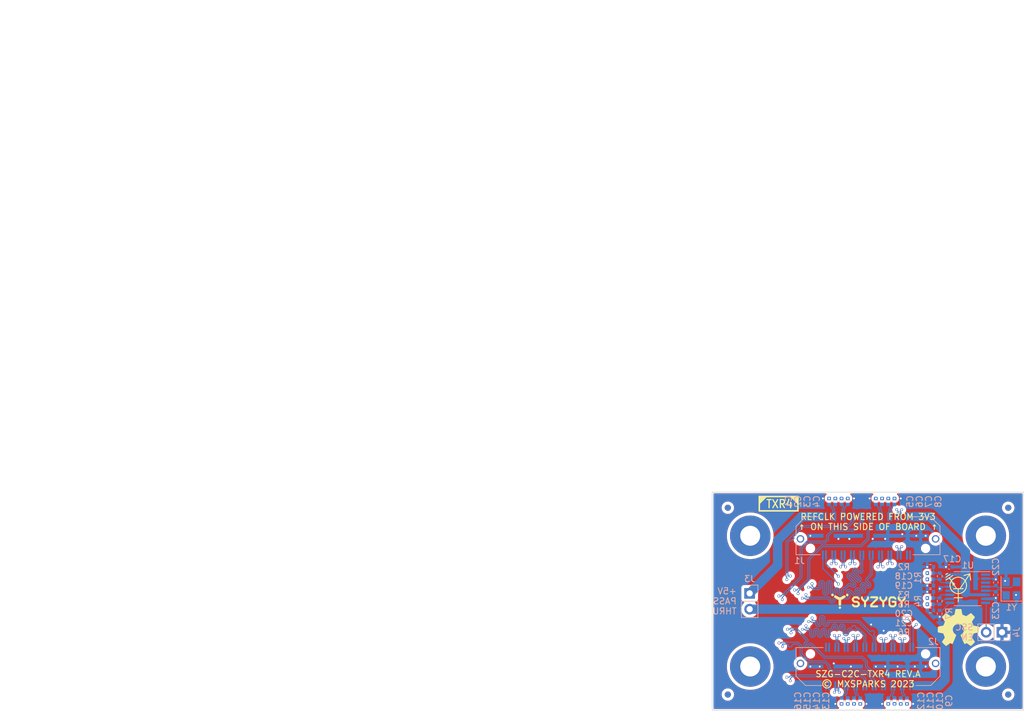
<source format=kicad_pcb>
(kicad_pcb (version 20221018) (generator pcbnew)
  (title_block (title "SYZYGY TXR4 Carrier-to-Carrier Adapter") (date "2023-05-25") (rev "A") (company "mxsparks"))
  (layers (0 "F.Cu" mixed) (1 "In1.Cu" power) (2 "In2.Cu" signal) (3 "In3.Cu" power) (4 "In4.Cu" signal) (31 "B.Cu" power) (34 "B.Paste" user) (35 "F.Paste" user) (36 "B.SilkS" user "B.Silkscreen") (37 "F.SilkS" user "F.Silkscreen") (38 "B.Mask" user) (39 "F.Mask" user) (44 "Edge.Cuts" user))
  (net 0 "")
  (net 1 "+5V")
  (net 2 "GND")
  (net 3 "+3V3")
  (net 6 "/J2_RX1+")
  (net 7 "/J2_RX1-")
  (net 8 "/J2_RX3+")
  (net 9 "/J2_RX3-")
  (net 10 "/J2_RX2+")
  (net 11 "/J2_RX2-")
  (net 12 "/J1_RX0+")
  (net 13 "/J2_TX0-")
  (net 14 "/J1_RX0-")
  (net 15 "/J2_TX1+")
  (net 16 "/J1_RX1+")
  (net 17 "/J2_TX1-")
  (net 18 "/J1_RX1-")
  (net 19 "/J2_TX3+")
  (net 20 "/J1_RX3+")
  (net 21 "/J2_TX3-")
  (net 22 "/J1_RX3-")
  (net 23 "/J2_TX2+")
  (net 24 "/J1_RX2+")
  (net 25 "/J2_TX2-")
  (net 26 "/J1_RX2-")
  (net 27 "/J2_REFCLK+")
  (net 28 "/J2_REFCLK-")
  (net 29 "/J1_REFCLK-")
  (net 30 "/J1_REFCLK+")
  (net 31 "/J1_TX0+")
  (net 32 "/J2_RX0+")
  (net 33 "/J1_TX0-")
  (net 34 "/J2_RX0-")
  (net 35 "/SCL")
  (net 36 "/SDA")
  (net 37 "/J1_RGA")
  (net 38 "/S0S1+")
  (net 39 "/S0S1-")
  (net 40 "/S2S4+")
  (net 41 "/S3S5+")
  (net 42 "/S2S4-")
  (net 43 "/S3S5-")
  (net 44 "/S6S8+")
  (net 45 "/S7S9+")
  (net 46 "/S6S8-")
  (net 47 "/S7S9-")
  (net 48 "/J2_C2P_CLK+")
  (net 49 "/J1_C2P_CLK+")
  (net 50 "/J2_C2P_CLK-")
  (net 51 "/J1_C2P_CLK-")
  (net 52 "/J1_RSVD37")
  (net 53 "/J1_RSVD38")
  (net 54 "/J1_VIO")
  (net 55 "/J2_RGA")
  (net 56 "/J2_RSVD37")
  (net 57 "/J2_RSVD38")
  (net 58 "/J2_VIO")
  (net 59 "/J2_3V3")
  (net 60 "/J1_TX1+")
  (net 61 "/J1_TX1-")
  (net 62 "/J1_TX3+")
  (net 63 "/J1_TX3-")
  (net 64 "/J1_TX2+")
  (net 65 "/J1_TX2-")
  (net 66 "/J2_TX0+")
  (net 67 "/CLK0+")
  (net 68 "/CLK0-")
  (net 69 "/CLK1-")
  (net 70 "/CLK1+")
  (net 71 "/J2_5V")
  (net 74 "/X1")
  (net 75 "/X2")
  (net 76 "/IREF")
  (net 77 "/SS1")
  (footprint "Fiducial:Fiducial_1mm_Mask2mm" (layer "F.Cu") (at 174.5 94.5)
    (fp_text reference "FID6" hide)
    (fp_text value "Fiducial" hide)
  )
  (footprint "szg-c2c-txr4:MountingHole_3.2mm_M3_6.5mm_Pad_TopBottom" (layer "F.Cu") (at 133.09 99)
    (fp_text reference "H1" hide)
    (fp_text value "MountingHole_Pad" hide)
  )
  (footprint "szg-c2c-txr4:MountingHole_3.2mm_M3_6.5mm_Pad_TopBottom" (layer "F.Cu") (at 170.91 99)
    (fp_text reference "H2" hide)
    (fp_text value "MountingHole_Pad" hide)
  )
  (footprint "Fiducial:Fiducial_1mm_Mask2mm" (layer "F.Cu") (at 129.5 94.5)
    (fp_text reference "FID5" hide)
    (fp_text value "Fiducial" hide)
  )
  (footprint "Fiducial:Fiducial_1mm_Mask2mm" (layer "F.Cu") (at 129.5 124.5 180)
    (fp_text reference "FID3" hide)
    (fp_text value "Fiducial" hide)
  )
  (footprint "szg-c2c-txr4:MountingHole_3.2mm_M3_6.5mm_Pad_TopBottom" (layer "F.Cu") (at 170.91 120 180)
    (fp_text reference "H4" hide)
    (fp_text value "MountingHole_Pad" hide)
  )
  (footprint "szg-c2c-txr4:Transistor-Logo" (layer "F.Cu") (at 166.5 107)
    (fp_text reference "G**" hide)
    (fp_text value "Transistor-Logo" hide)
  )
  (footprint "Symbol:OSHW-Symbol_6.7x6mm_SilkScreen" (layer "F.Cu") (at 166.5 113.75)
    (fp_text reference "REF**" hide)
    (fp_text value "OSHW-Symbol_6.7x6mm_SilkScreen" hide)
  )
  (footprint "szg-c2c-txr4:SYZYGY_Logo" (layer "F.Cu") (at 152 109.5)
    (fp_text reference "G***" hide)
    (fp_text value "LOGO" hide)
  )
  (footprint "szg-c2c-txr4:SYZYGY_TXR4_Logo" (layer "F.Cu") (at 140.75 95)
    (fp_text reference "G**" hide)
    (fp_text value "SYZYGY_STD_Logo" hide)
  )
  (footprint "Fiducial:Fiducial_1mm_Mask2mm" (layer "F.Cu") (at 174.5 124.5 180)
    (fp_text reference "FID4" hide)
    (fp_text value "Fiducial" hide)
  )
  (footprint "szg-c2c-txr4:MountingHole_3.2mm_M3_6.5mm_Pad_TopBottom" (layer "F.Cu") (at 133.09 120 180)
    (fp_text reference "H3" hide)
    (fp_text value "MountingHole_Pad" hide)
  )
  (footprint "Fiducial:Fiducial_1mm_Mask2mm" (layer "B.Cu") (at 174.5 94.5)
    (fp_text reference "FID7" hide)
    (fp_text value "Fiducial" hide)
  )
  (footprint "Fiducial:Fiducial_1mm_Mask2mm" (layer "B.Cu") (at 129.5 94.5)
    (fp_text reference "FID8" hide)
    (fp_text value "Fiducial" hide)
  )
  (footprint "Capacitor_SMD:C_0402_1005Metric" (layer "B.Cu") (at 146.75 93.5 90)
    (fp_text reference "C2")
    (fp_text value "100nF")
  )
  (footprint "Capacitor_SMD:C_0402_1005Metric" (layer "B.Cu") (at 162 109 180)
    (fp_text reference "C20")
    (fp_text value "100nF")
  )
  (footprint "Resistor_SMD:R_0402_1005Metric" (layer "B.Cu") (at 162 111 180)
    (fp_text reference "R6")
    (fp_text value "150Ω")
  )
  (footprint "Capacitor_SMD:C_0402_1005Metric" (layer "B.Cu") (at 165 104)
    (fp_text reference "C17")
    (fp_text value "10nF")
  )
  (footprint "Capacitor_SMD:C_0402_1005Metric" (layer "B.Cu") (at 158.25 125.52 -90)
    (fp_text reference "C9")
    (fp_text value "100nF")
  )
  (footprint "Resistor_SMD:R_0402_1005Metric" (layer "B.Cu") (at 162 107 180)
    (fp_text reference "R3")
    (fp_text value "150Ω")
  )
  (footprint "Capacitor_SMD:C_0402_1005Metric" (layer "B.Cu") (at 153.25 93.5 90)
    (fp_text reference "C5")
    (fp_text value "100nF")
  )
  (footprint "Capacitor_SMD:C_0402_1005Metric" (layer "B.Cu") (at 145.75 93.5 90)
    (fp_text reference "C1")
    (fp_text value "100nF")
  )
  (footprint "Capacitor_SMD:C_0402_1005Metric" (layer "B.Cu") (at 156.25 93.5 90)
    (fp_text reference "C8")
    (fp_text value "100nF")
  )
  (footprint "Package_SO:TSSOP-16_4.4x5mm_P0.65mm" (layer "B.Cu") (at 168 107.5 180)
    (fp_text reference "U1")
    (fp_text value "PI6C557-03")
  )
  (footprint "Fiducial:Fiducial_1mm_Mask2mm" (layer "B.Cu") (at 174.5 124.5 180)
    (fp_text reference "FID1" hide)
    (fp_text value "Fiducial" hide)
  )
  (footprint "Capacitor_SMD:C_0402_1005Metric" (layer "B.Cu") (at 157.25 125.52 -90)
    (fp_text reference "C10")
    (fp_text value "100nF")
  )
  (footprint "Capacitor_SMD:C_0402_1005Metric" (layer "B.Cu") (at 162 106 180)
    (fp_text reference "C19")
    (fp_text value "100nF")
  )
  (footprint "Capacitor_SMD:C_0402_1005Metric" (layer "B.Cu") (at 155.25 125.52 -90)
    (fp_text reference "C12")
    (fp_text value "100nF")
  )
  (footprint "Capacitor_SMD:C_0402_1005Metric" (layer "B.Cu") (at 149.75 125.52 -90)
    (fp_text reference "C14")
    (fp_text value "100nF")
  )
  (footprint "szg-c2c-txr4:QTH-020-01-F-D-DP-A" (layer "B.Cu") (at 152 99)
    (fp_text reference "J1")
    (fp_text value "SYZYGY_TXR-4")
  )
  (footprint "Connector_PinHeader_2.54mm:PinHeader_1x02_P2.54mm_Vertical" (layer "B.Cu") (at 173.5 114.5 90)
    (fp_text reference "J4")
    (fp_text value "Conn_01x02_Pin")
  )
  (footprint "Capacitor_SMD:C_0402_1005Metric" (layer "B.Cu") (at 172.5 108.5 -90)
    (fp_text reference "C23")
    (fp_text value "8pF")
  )
  (footprint "Capacitor_SMD:C_0402_1005Metric" (layer "B.Cu") (at 155.25 93.5 90)
    (fp_text reference "C7")
    (fp_text value "100nF")
  )
  (footprint "szg-c2c-txr4:QTH-020-01-F-D-DP-A" (layer "B.Cu") (at 152 120 180)
    (fp_text reference "J2")
    (fp_text value "SYZYGY_TXR-4")
  )
  (footprint "Capacitor_SMD:C_0402_1005Metric" (layer "B.Cu") (at 147.75 125.52 -90)
    (fp_text reference "C16")
    (fp_text value "100nF")
  )
  (footprint "Capacitor_SMD:C_0402_1005Metric" (layer "B.Cu") (at 148.75 93.5 90)
    (fp_text reference "C4")
    (fp_text value "100nF")
  )
  (footprint "Capacitor_SMD:C_0402_1005Metric" (layer "B.Cu") (at 154.25 93.5 90)
    (fp_text reference "C6")
    (fp_text value "100nF")
  )
  (footprint "Resistor_SMD:R_0402_1005Metric" (layer "B.Cu") (at 163.5 111.5 -90)
    (fp_text reference "R7")
    (fp_text value "470Ω")
  )
  (footprint "Connector_PinHeader_2.54mm:PinHeader_1x02_P2.54mm_Vertical" (layer "B.Cu") (at 133 108.25 180)
    (fp_text reference "J3")
    (fp_text value "Conn_01x02_Pin")
  )
  (footprint "Fiducial:Fiducial_1mm_Mask2mm" (layer "B.Cu") (at 129.5 124.5 180)
    (fp_text reference "FID2" hide)
    (fp_text value "Fiducial" hide)
  )
  (footprint "Resistor_SMD:R_0402_1005Metric" (layer "B.Cu") (at 162 108 180)
    (fp_text reference "R5")
    (fp_text value "150Ω")
  )
  (footprint "Capacitor_SMD:C_0402_1005Metric" (layer "B.Cu") (at 147.75 93.5 90)
    (fp_text reference "C3")
    (fp_text value "100nF")
  )
  (footprint "Capacitor_SMD:C_0402_1005Metric" (layer "B.Cu") (at 162 110 180)
    (fp_text reference "C21")
    (fp_text value "100nF")
  )
  (footprint "Capacitor_SMD:C_0402_1005Metric" (layer "B.Cu") (at 150.75 125.52 -90)
    (fp_text reference "C13")
    (fp_text value "100nF")
  )
  (footprint "Capacitor_SMD:C_0402_1005Metric" (layer "B.Cu") (at 148.75 125.52 -90)
    (fp_text reference "C15")
    (fp_text value "100nF")
  )
  (footprint "Resistor_SMD:R_0402_1005Metric" (layer "B.Cu") (at 162 104 180)
    (fp_text reference "R2")
    (fp_text value "150Ω")
  )
  (footprint "Crystal:Crystal_SMD_3225-4Pin_3.2x2.5mm" (layer "B.Cu") (at 175 107.5 90)
    (fp_text reference "Y1")
    (fp_text value "25MHz 12pF")
  )
  (footprint "Capacitor_SMD:C_0402_1005Metric" (layer "B.Cu") (at 156.25 125.5 -90)
    (fp_text reference "C11")
    (fp_text value "100nF")
  )
  (footprint "Resistor_SMD:R_0402_1005Metric" (layer "B.Cu") (at 163.5 105.5 -90)
    (fp_text reference "R1")
    (fp_text value "100Ω")
  )
  (footprint "Capacitor_SMD:C_0402_1005Metric" (layer "B.Cu") (at 172.5 106.5 90)
    (fp_text reference "C22")
    (fp_text value "8pF")
  )
  (footprint "Resistor_SMD:R_0402_1005Metric" (layer "B.Cu") (at 163.5 109.49 -90)
    (fp_text reference "R4")
    (fp_text value "100Ω")
  )
  (footprint "Capacitor_SMD:C_0402_1005Metric" (layer "B.Cu") (at 162 105 180)
    (fp_text reference "C18")
    (fp_text value "100nF")
  )
  (gr_rect locked (start 127 92) (end 177 127) (stroke (width 0.1)) (fill none) (layer "Edge.Cuts"))
  (gr_text "SSC\nEN" (at 169 114.5) (layer "B.SilkS") (effects (font (size 1 1)) (justify left mirror)))
  (gr_text "+5V\nPASS\nTHRU" (at 131 109.5) (layer "B.SilkS") (effects (font (size 1 1)) (justify left mirror)))
  (gr_text "REFCLK POWERED FROM 3V3\n↑ ON THIS SIDE OF BOARD ↑" (at 152 96.75) (layer "F.SilkS") (effects (font (size 1 1))))
  (gr_text "SZG-C2C-TXR4 REV.A\n© MXSPARKS 2023" (at 152 122) (layer "F.SilkS") (effects (font (size 1 1))))
  (segment (start 141.34 95.91) (end 144.2 95.91) (width 1.5) (layer "B.Cu") (net 1))
  (segment (start 133 108.25) (end 137.5 103.75) (width 1.5) (layer "B.Cu") (net 1))
  (segment (start 137.5 103.75) (end 137.5 99.75) (width 1.5) (layer "B.Cu") (net 1))
  (segment (start 137.5 99.75) (end 141.34 95.91) (width 1.5) (layer "B.Cu") (net 1))
  (via (at 161.5 107) (size 0.45) (drill 0.3) (layers "F.Cu" "B.Cu") (net 2))
  (via (at 159.5 120) (size 0.45) (drill 0.3) (layers "F.Cu" "B.Cu") (net 2))
  (via (at 153.25 120) (size 0.45) (drill 0.3) (layers "F.Cu" "B.Cu") (net 2))
  (via (at 147.25 99.5) (size 0.45) (drill 0.3) (layers "F.Cu" "B.Cu") (net 2))
  (via (at 152.5 113.25) (size 0.45) (drill 0.3) (layers "F.Cu" "B.Cu") (net 2))
  (via (at 146.5 119.5) (size 0.45) (drill 0.3) (layers "F.Cu" "B.Cu") (net 2))
  (via (at 149.75 93) (size 0.45) (drill 0.3) (layers "F.Cu" "B.Cu") (net 2))
  (via (at 154.25 126) (size 0.45) (drill 0.3) (layers "F.Cu" "B.Cu") (net 2))
  (via (at 149.25 120) (size 0.45) (drill 0.3) (layers "F.Cu" "B.Cu") (net 2))
  (via (at 161.25 120) (size 0.45) (drill 0.3) (layers "F.Cu" "B.Cu") (net 2))
  (via (at 164.5 104) (size 0.45) (drill 0.3) (layers "F.Cu" "B.Cu") (net 2))
  (via (at 159.75 99) (size 0.45) (drill 0.3) (layers "F.Cu" "B.Cu") (net 2))
  (via (at 152.75 99.5) (size 0.45) (drill 0.3) (layers "F.Cu" "B.Cu") (net 2))
  (via (at 154.5 114.25) (size 0.45) (drill 0.3) (layers "F.Cu" "B.Cu") (net 2))
  (via (at 161.25 99) (size 0.45) (drill 0.3) (layers "F.Cu" "B.Cu") (net 2))
  (via (at 144.75 93) (size 0.45) (drill 0.3) (layers "F.Cu" "B.Cu") (net 2))
  (via (at 144.25 120) (size 0.45) (drill 0.3) (layers "F.Cu" "B.Cu") (net 2))
  (via (at 172.5 109) (size 0.45) (drill 0.3) (layers "F.Cu" "B.Cu") (net 2))
  (via (at 157.25 93) (size 0.45) (drill 0.3) (layers "F.Cu" "B.Cu") (net 2))
  (via (at 161.5 108) (size 0.45) (drill 0.3) (layers "F.Cu" "B.Cu") (net 2))
  (via (at 154.75 120) (size 0.45) (drill 0.3) (layers "F.Cu" "B.Cu") (net 2))
  (via (at 154.75 99.5) (size 0.45) (drill 0.3) (layers "F.Cu" "B.Cu") (net 2))
  (via (at 163.5 107.5) (size 0.45) (drill 0.3) (layers "F.Cu" "B.Cu") (net 2))
  (via (at 151.75 126) (size 0.45) (drill 0.3) (layers "F.Cu" "B.Cu") (net 2))
  (via (at 159.25 126) (size 0.45) (drill 0.3) (layers "F.Cu" "B.Cu") (net 2))
  (via (at 142.75 120) (size 0.45) (drill 0.3) (layers "F.Cu" "B.Cu") (net 2))
  (via (at 157.5 98.75) (size 0.45) (drill 0.3) (layers "F.Cu" "B.Cu") (net 2))
  (via (at 172.5 106) (size 0.45) (drill 0.3) (layers "F.Cu" "B.Cu") (net 2))
  (via (at 161.5 104) (size 0.45) (drill 0.3) (layers "F.Cu" "B.Cu") (net 2))
  (via (at 175.75 108.5) (size 0.45) (drill 0.3) (layers "F.Cu" "B.Cu") (net 2))
  (via locked (at 152.25 93) (size 0.45) (drill 0.3) (layers "F.Cu" "B.Cu") (net 2))
  (via (at 163.5 112.01) (size 0.45) (drill 0.3) (layers "F.Cu" "B.Cu") (net 2))
  (via (at 174 106.25) (size 0.45) (drill 0.3) (layers "F.Cu" "B.Cu") (net 2))
  (via (at 146.75 126) (size 0.45) (drill 0.3) (layers "F.Cu" "B.Cu") (net 2))
  (via (at 142.75 99) (size 0.45) (drill 0.3) (layers "F.Cu" "B.Cu") (net 2))
  (via (at 156.75 120) (size 0.45) (drill 0.3) (layers "F.Cu" "B.Cu") (net 2))
  (via (at 149 99.5) (size 0.45) (drill 0.3) (layers "F.Cu" "B.Cu") (net 2))
  (segment (start 172.375 105.875) (end 172.5 106) (width 0.15) (layer "B.Cu") (net 2))
  (segment (start 148.83 99.33) (end 149 99.5) (width 0.15) (layer "B.Cu") (net 2))
  (segment (start 157.25 99) (end 157.5 98.75) (width 0.15) (layer "B.Cu") (net 2))
  (segment (start 170.8625 105.875) (end 172.375 105.875) (width 0.15) (layer "B.Cu") (net 2))
  (segment (start 172.5 106.02) (end 172.5 106) (width 0.15) (layer "B.Cu") (net 2))
  (segment (start 153.25 99) (end 152.75 99.5) (width 0.15) (layer "B.Cu") (net 2))
  (segment (start 170.8625 109.125) (end 172.375 109.125) (width 0.5) (layer "B.Cu") (net 2))
  (segment (start 174.15 106.4) (end 174 106.25) (width 0.15) (layer "B.Cu") (net 2))
  (segment (start 164.52 104) (end 164.5 104) (width 0.15) (layer "B.Cu") (net 2))
  (segment (start 162.443396 112.01) (end 163.5 112.01) (width 0.5) (layer "B.Cu") (net 2))
  (segment (start 172.5 108.98) (end 172.5 109) (width 0.15) (layer "B.Cu") (net 2))
  (segment (start 163.825 107.175) (end 163.5 107.5) (width 0.15) (layer "B.Cu") (net 2))
  (segment (start 147 120) (end 146.5 119.5) (width 0.15) (layer "B.Cu") (net 2))
  (segment (start 147.75 99) (end 147.25 99.5) (width 0.15) (layer "B.Cu") (net 2))
  (segment (start 172.375 109.125) (end 172.5 109) (width 0.5) (layer "B.Cu") (net 2))
  (segment (start 148.83 99) (end 148.83 99.33) (width 0.15) (layer "B.Cu") (net 2))
  (segment (start 161.49 107) (end 161.5 107) (width 0.15) (layer "B.Cu") (net 2))
  (segment (start 161.49 111.056604) (end 162.443396 112.01) (width 0.5) (layer "B.Cu") (net 2))
  (segment (start 161.49 104) (end 161.5 104) (width 0.15) (layer "B.Cu") (net 2))
  (segment (start 161.49 111) (end 161.49 111.056604) (width 0.5) (layer "B.Cu") (net 2))
  (segment (start 165.1375 107.175) (end 163.825 107.175) (width 0.15) (layer "B.Cu") (net 2))
  (segment (start 175.85 108.6) (end 175.75 108.5) (width 0.15) (layer "B.Cu") (net 2))
  (segment (start 161.49 108) (end 161.5 108) (width 0.15) (layer "B.Cu") (net 2))
  (segment (start 155.18 99.07) (end 154.75 99.5) (width 0.15) (layer "B.Cu") (net 2))
  (segment (start 165.1375 105.225) (end 167.358006 105.225) (width 0.5) (layer "B.Cu") (net 3))
  (segment (start 167.975 108.475) (end 167.633006 108.133006) (width 0.5) (layer "B.Cu") (net 3))
  (segment (start 159.3 95.91) (end 161.951012 95.91) (width 1.5) (layer "B.Cu") (net 3))
  (segment (start 165.48 104) (end 167.633006 104) (width 0.5) (layer "B.Cu") (net 3))
  (segment (start 167.325 107.825) (end 167.633006 108.133006) (width 0.5) (layer "B.Cu") (net 3))
  (segment (start 170.8625 108.475) (end 167.975 108.475) (width 0.5) (layer "B.Cu") (net 3))
  (segment (start 167.358006 105.225) (end 167.633006 105.5) (width 0.5) (layer "B.Cu") (net 3))
  (segment (start 167.633006 106.5) (end 167.633006 108.133006) (width 1.5) (layer "B.Cu") (net 3))
  (segment (start 167.633006 105.5) (end 167.633006 106.5) (width 1.5) (layer "B.Cu") (net 3))
  (segment (start 161.951012 95.91) (end 167.633006 101.591994) (width 1.5) (layer "B.Cu") (net 3))
  (segment (start 165.1375 107.825) (end 167.325 107.825) (width 0.5) (layer "B.Cu") (net 3))
  (segment (start 167.633006 104) (end 167.633006 105.5) (width 1.5) (layer "B.Cu") (net 3))
  (segment (start 167.633006 101.591994) (end 167.633006 104) (width 1.5) (layer "B.Cu") (net 3))
  (via locked (at 156.4 115) (size 0.45) (drill 0.3) (layers "F.Cu" "B.Cu") (net 6))
  (via locked (at 154.25 93) (size 0.45) (drill 0.3) (layers "F.Cu" "B.Cu") (net 6))
  (segment locked (start 156.15 116.235) (end 156.150001 115.24419) (width 0.15) (layer "B.Cu") (net 6))
  (segment locked (start 156.150001 115.24419) (end 156.4 114.994191) (width 0.15) (layer "B.Cu") (net 6))
  (segment locked (start 156.25 116.335) (end 156.15 116.235) (width 0.15) (layer "B.Cu") (net 6))
  (via locked (at 155.6 115) (size 0.45) (drill 0.3) (layers "F.Cu" "B.Cu") (net 7))
  (via locked (at 153.25 93) (size 0.45) (drill 0.3) (layers "F.Cu" "B.Cu") (net 7))
  (segment locked (start 155.849999 115.24419) (end 155.6 114.994191) (width 0.15) (layer "B.Cu") (net 7))
  (segment locked (start 155.75 116.335) (end 155.85 116.235) (width 0.15) (layer "B.Cu") (net 7))
  (segment locked (start 155.85 116.235) (end 155.849999 115.24419) (width 0.15) (layer "B.Cu") (net 7))
  (via locked (at 150.4 115) (size 0.45) (drill 0.3) (layers "F.Cu" "B.Cu") (net 8))
  (via locked (at 148.75 93) (size 0.45) (drill 0.3) (layers "F.Cu" "B.Cu") (net 8))
  (segment locked (start 150.149994 116.239217) (end 150.149995 115.248407) (width 0.15) (layer "B.Cu") (net 8))
  (segment locked (start 150.249994 116.339217) (end 150.149994 116.239217) (width 0.15) (layer "B.Cu") (net 8))
  (segment locked (start 150.149995 115.248407) (end 150.399994 114.998408) (width 0.15) (layer "B.Cu") (net 8))
  (via locked (at 147.75 93) (size 0.45) (drill 0.3) (layers "F.Cu" "B.Cu") (net 9))
  (via locked (at 149.6 115) (size 0.45) (drill 0.3) (layers "F.Cu" "B.Cu") (net 9))
  (segment locked (start 149.849994 116.239217) (end 149.849993 115.248407) (width 0.15) (layer "B.Cu") (net 9))
  (segment locked (start 149.849993 115.248407) (end 149.599994 114.998408) (width 0.15) (layer "B.Cu") (net 9))
  (segment locked (start 149.749994 116.339217) (end 149.849994 116.239217) (width 0.15) (layer "B.Cu") (net 9))
  (via locked (at 146.75 93) (size 0.45) (drill 0.3) (layers "F.Cu" "B.Cu") (net 10))
  (via locked (at 148.9 115.5) (size 0.45) (drill 0.3) (layers "F.Cu" "B.Cu") (net 10))
  (segment locked (start 148.649995 116.275005) (end 148.649996 115.754216) (width 0.15) (layer "B.Cu") (net 10))
  (segment locked (start 148.74999 116.375) (end 148.649995 116.275005) (width 0.15) (layer "B.Cu") (net 10))
  (segment locked (start 148.649996 115.754216) (end 148.899995 115.504217) (width 0.15) (layer "B.Cu") (net 10))
  (via locked (at 148.1 115.5) (size 0.45) (drill 0.3) (layers "F.Cu" "B.Cu") (net 11))
  (via locked (at 145.75 93) (size 0.45) (drill 0.3) (layers "F.Cu" "B.Cu") (net 11))
  (segment locked (start 148.349995 116.275005) (end 148.349994 115.754216) (width 0.15) (layer "B.Cu") (net 11))
  (segment locked (start 148.25 116.375) (end 148.349995 116.275005) (width 0.15) (layer "B.Cu") (net 11))
  (segment locked (start 148.349994 115.754216) (end 148.099995 115.504217) (width 0.15) (layer "B.Cu") (net 11))
  (via locked (at 147.75 126) (size 0.45) (drill 0.3) (layers "F.Cu" "B.Cu") (net 12))
  (via locked (at 146.1 103.498408) (size 0.45) (drill 0.3) (layers "F.Cu" "B.Cu") (net 12))
  (segment locked (start 146.25001 102.663408) (end 146.350005 102.763403) (width 0.15) (layer "B.Cu") (net 12))
  (segment locked (start 146.350004 103.284192) (end 146.100005 103.534191) (width 0.15) (layer "B.Cu") (net 12))
  (segment locked (start 146.350005 102.763403) (end 146.350004 103.284192) (width 0.15) (layer "B.Cu") (net 12))
  (segment locked (start 157.349995 123.764995) (end 157.25 123.665) (width 0.15) (layer "B.Cu") (net 13))
  (segment locked (start 157.349995 124.340358) (end 157.349995 123.764995) (width 0.15) (layer "B.Cu") (net 13))
  (segment locked (start 157.25 125.04) (end 157.6 124.69) (width 0.15) (layer "B.Cu") (net 13))
  (segment locked (start 157.6 124.590363) (end 157.349995 124.340358) (width 0.15) (layer "B.Cu") (net 13))
  (segment locked (start 157.6 124.69) (end 157.6 124.590363) (width 0.15) (layer "B.Cu") (net 13))
  (via locked (at 146.9 103.498408) (size 0.45) (drill 0.3) (layers "F.Cu" "B.Cu") (net 14))
  (via locked (at 148.75 126) (size 0.45) (drill 0.3) (layers "F.Cu" "B.Cu") (net 14))
  (segment locked (start 146.75 102.663408) (end 146.650005 102.763403) (width 0.15) (layer "B.Cu") (net 14))
  (segment locked (start 146.650006 103.284192) (end 146.900005 103.534191) (width 0.15) (layer "B.Cu") (net 14))
  (segment locked (start 146.650005 102.763403) (end 146.650006 103.284192) (width 0.15) (layer "B.Cu") (net 14))
  (segment locked (start 155.9 124.625002) (end 156.150005 124.374997) (width 0.15) (layer "B.Cu") (net 15))
  (segment locked (start 156.25 125.074639) (end 155.9 124.724639) (width 0.15) (layer "B.Cu") (net 15))
  (segment locked (start 156.150005 123.799634) (end 156.25 123.699639) (width 0.15) (layer "B.Cu") (net 15))
  (segment locked (start 156.150005 124.374997) (end 156.150005 123.799634) (width 0.15) (layer "B.Cu") (net 15))
  (segment locked (start 155.9 124.724639) (end 155.9 124.625002) (width 0.15) (layer "B.Cu") (net 15))
  (via locked (at 149.75 126) (size 0.45) (drill 0.3) (layers "F.Cu" "B.Cu") (net 16))
  (via locked (at 147.6 103.998408) (size 0.45) (drill 0.3) (layers "F.Cu" "B.Cu") (net 16))
  (segment locked (start 147.85 102.763408) (end 147.849999 103.754218) (width 0.15) (layer "B.Cu") (net 16))
  (segment locked (start 147.75 102.663408) (end 147.85 102.763408) (width 0.15) (layer "B.Cu") (net 16))
  (segment locked (start 147.849999 103.754218) (end 147.6 104.004217) (width 0.15) (layer "B.Cu") (net 16))
  (segment locked (start 155.850005 124.250729) (end 155.850005 123.799634) (width 0.15) (layer "B.Cu") (net 17))
  (segment locked (start 155.25 125.074639) (end 155.6 124.724639) (width 0.15) (layer "B.Cu") (net 17))
  (segment locked (start 155.6 124.724639) (end 155.6 124.500734) (width 0.15) (layer "B.Cu") (net 17))
  (segment locked (start 155.850005 123.799634) (end 155.75001 123.699639) (width 0.15) (layer "B.Cu") (net 17))
  (segment locked (start 155.6 124.500734) (end 155.850005 124.250729) (width 0.15) (layer "B.Cu") (net 17))
  (via locked (at 148.4 103.998408) (size 0.45) (drill 0.3) (layers "F.Cu" "B.Cu") (net 18))
  (via locked (at 150.75 126) (size 0.45) (drill 0.3) (layers "F.Cu" "B.Cu") (net 18))
  (segment locked (start 148.150001 103.754218) (end 148.4 104.004217) (width 0.15) (layer "B.Cu") (net 18))
  (segment locked (start 148.15 102.763408) (end 148.150001 103.754218) (width 0.15) (layer "B.Cu") (net 18))
  (segment locked (start 148.25 102.663408) (end 148.15 102.763408) (width 0.15) (layer "B.Cu") (net 18))
  (segment locked (start 150.75 124.965361) (end 150.4 124.615361) (width 0.15) (layer "B.Cu") (net 19))
  (segment locked (start 150.4 124.391456) (end 150.149995 124.141451) (width 0.15) (layer "B.Cu") (net 19))
  (segment locked (start 150.4 124.615361) (end 150.4 124.391456) (width 0.15) (layer "B.Cu") (net 19))
  (segment locked (start 150.149995 124.141451) (end 150.149995 123.690356) (width 0.15) (layer "B.Cu") (net 19))
  (segment locked (start 150.149995 123.690356) (end 150.24999 123.590361) (width 0.15) (layer "B.Cu") (net 19))
  (via locked (at 153.6 103.998408) (size 0.45) (drill 0.3) (layers "F.Cu" "B.Cu") (net 20))
  (via locked (at 155.25 126) (size 0.45) (drill 0.3) (layers "F.Cu" "B.Cu") (net 20))
  (segment locked (start 153.850006 102.759191) (end 153.850005 103.750001) (width 0.15) (layer "B.Cu") (net 20))
  (segment locked (start 153.750006 102.659191) (end 153.850006 102.759191) (width 0.15) (layer "B.Cu") (net 20))
  (segment locked (start 153.850005 103.750001) (end 153.600006 104) (width 0.15) (layer "B.Cu") (net 20))
  (segment locked (start 150.1 124.515724) (end 149.849995 124.265719) (width 0.15) (layer "B.Cu") (net 21))
  (segment locked (start 149.75 124.965361) (end 150.1 124.615361) (width 0.15) (layer "B.Cu") (net 21))
  (segment locked (start 150.1 124.615361) (end 150.1 124.515724) (width 0.15) (layer "B.Cu") (net 21))
  (segment locked (start 149.849995 123.690356) (end 149.75 123.590361) (width 0.15) (layer "B.Cu") (net 21))
  (segment locked (start 149.849995 124.265719) (end 149.849995 123.690356) (width 0.15) (layer "B.Cu") (net 21))
  (via locked (at 156.25 126) (size 0.45) (drill 0.3) (layers "F.Cu" "B.Cu") (net 22))
  (via locked (at 154.4 103.998408) (size 0.45) (drill 0.3) (layers "F.Cu" "B.Cu") (net 22))
  (segment locked (start 154.150007 103.750001) (end 154.400006 104) (width 0.15) (layer "B.Cu") (net 22))
  (segment locked (start 154.150006 102.759191) (end 154.150007 103.750001) (width 0.15) (layer "B.Cu") (net 22))
  (segment locked (start 154.250006 102.659191) (end 154.150006 102.759191) (width 0.15) (layer "B.Cu") (net 22))
  (segment locked (start 148.4 124.65) (end 148.4 124.550363) (width 0.15) (layer "B.Cu") (net 23))
  (segment locked (start 148.650005 123.724995) (end 148.75 123.625) (width 0.15) (layer "B.Cu") (net 23))
  (segment locked (start 148.4 124.550363) (end 148.650005 124.300358) (width 0.15) (layer "B.Cu") (net 23))
  (segment locked (start 148.75 125) (end 148.4 124.65) (width 0.15) (layer "B.Cu") (net 23))
  (segment locked (start 148.650005 124.300358) (end 148.650005 123.724995) (width 0.15) (layer "B.Cu") (net 23))
  (via locked (at 157.25 126) (size 0.45) (drill 0.3) (layers "F.Cu" "B.Cu") (net 24))
  (via locked (at 155.1 103.498408) (size 0.45) (drill 0.3) (layers "F.Cu" "B.Cu") (net 24))
  (segment locked (start 155.350004 103.244192) (end 155.100005 103.494191) (width 0.15) (layer "B.Cu") (net 24))
  (segment locked (start 155.25001 102.623408) (end 155.350005 102.723403) (width 0.15) (layer "B.Cu") (net 24))
  (segment locked (start 155.350005 102.723403) (end 155.350004 103.244192) (width 0.15) (layer "B.Cu") (net 24))
  (segment locked (start 148.1 124.426095) (end 148.350005 124.17609) (width 0.15) (layer "B.Cu") (net 25))
  (segment locked (start 148.350005 123.724995) (end 148.25001 123.625) (width 0.15) (layer "B.Cu") (net 25))
  (segment locked (start 148.350005 124.17609) (end 148.350005 123.724995) (width 0.15) (layer "B.Cu") (net 25))
  (segment locked (start 148.1 124.65) (end 148.1 124.426095) (width 0.15) (layer "B.Cu") (net 25))
  (segment locked (start 147.75 125) (end 148.1 124.65) (width 0.15) (layer "B.Cu") (net 25))
  (via locked (at 158.25 126) (size 0.45) (drill 0.3) (layers "F.Cu" "B.Cu") (net 26))
  (via locked (at 155.9 103.498408) (size 0.45) (drill 0.3) (layers "F.Cu" "B.Cu") (net 26))
  (segment locked (start 155.650005 102.723403) (end 155.650006 103.244192) (width 0.15) (layer "B.Cu") (net 26))
  (segment locked (start 155.650006 103.244192) (end 155.900005 103.494191) (width 0.15) (layer "B.Cu") (net 26))
  (segment locked (start 155.75 102.623408) (end 155.650005 102.723403) (width 0.15) (layer "B.Cu") (net 26))
  (via (at 154.9 115.5) (size 0.45) (drill 0.3) (layers "F.Cu" "B.Cu") (net 27))
  (via (at 161.5 109) (size 0.45) (drill 0.3) (layers "F.Cu" "B.Cu") (net 27))
  (segment locked (start 154.650001 116.220789) (end 154.650002 115.7) (width 0.15) (layer "B.Cu") (net 27))
  (segment locked (start 154.749996 116.320784) (end 154.650001 116.220789) (width 0.15) (layer "B.Cu") (net 27))
  (segment locked (start 154.650002 115.7) (end 154.900001 115.450001) (width 0.15) (layer "B.Cu") (net 27))
  (segment (start 161.52 109) (end 161.5 109) (width 0.15) (layer "B.Cu") (net 27))
  (via (at 161.5 110) (size 0.45) (drill 0.3) (layers "F.Cu" "B.Cu") (net 28))
  (via (at 154.1 115.5) (size 0.45) (drill 0.3) (layers "F.Cu" "B.Cu") (net 28))
  (segment locked (start 154.350001 116.220789) (end 154.35 115.7) (width 0.15) (layer "B.Cu") (net 28))
  (segment (start 161.52 110) (end 161.5 110) (width 0.15) (layer "B.Cu") (net 28))
  (segment locked (start 154.250006 116.320784) (end 154.350001 116.220789) (width 0.15) (layer "B.Cu") (net 28))
  (segment locked (start 154.35 115.7) (end 154.100001 115.450001) (width 0.15) (layer "B.Cu") (net 28))
  (via (at 149.9 103.5) (size 0.45) (drill 0.3) (layers "F.Cu" "B.Cu") (net 29))
  (via (at 161.5 106) (size 0.45) (drill 0.3) (layers "F.Cu" "B.Cu") (net 29))
  (segment locked (start 149.649999 102.777619) (end 149.65 103.298408) (width 0.15) (layer "B.Cu") (net 29))
  (segment (start 161.52 106) (end 161.5 106) (width 0.15) (layer "B.Cu") (net 29))
  (segment locked (start 149.749994 102.677624) (end 149.649999 102.777619) (width 0.15) (layer "B.Cu") (net 29))
  (segment locked (start 149.65 103.298408) (end 149.899999 103.548407) (width 0.15) (layer "B.Cu") (net 29))
  (via (at 149.1 103.5) (size 0.45) (drill 0.3) (layers "F.Cu" "B.Cu") (net 30))
  (via (at 161.5 105) (size 0.45) (drill 0.3) (layers "F.Cu" "B.Cu") (net 30))
  (segment locked (start 149.349999 102.777619) (end 149.349998 103.298408) (width 0.15) (layer "B.Cu") (net 30))
  (segment locked (start 149.250004 102.677624) (end 149.349999 102.777619) (width 0.15) (layer "B.Cu") (net 30))
  (segment locked (start 149.349998 103.298408) (end 149.099999 103.548407) (width 0.15) (layer "B.Cu") (net 30))
  (segment (start 161.52 105) (end 161.5 105) (width 0.15) (layer "B.Cu") (net 30))
  (segment locked (start 146.350005 95.235005) (end 146.25001 95.335) (width 0.15) (layer "B.Cu") (net 31))
  (segment locked (start 146.1 94.31) (end 146.1 94.533905) (width 0.15) (layer "B.Cu") (net 31))
  (segment locked (start 145.75 93.96) (end 146.1 94.31) (width 0.15) (layer "B.Cu") (net 31))
  (segment locked (start 146.1 94.533905) (end 146.350005 94.78391) (width 0.15) (layer "B.Cu") (net 31))
  (segment locked (start 146.350005 94.78391) (end 146.350005 95.235005) (width 0.15) (layer "B.Cu") (net 31))
  (via locked (at 156.25 93) (size 0.45) (drill 0.3) (layers "F.Cu" "B.Cu") (net 32))
  (via locked (at 157.9 115.5) (size 0.45) (drill 0.3) (layers "F.Cu" "B.Cu") (net 32))
  (segment locked (start 157.74999 116.335) (end 157.649995 116.235005) (width 0.15) (layer "B.Cu") (net 32))
  (segment locked (start 157.649995 116.235005) (end 157.649996 115.714216) (width 0.15) (layer "B.Cu") (net 32))
  (segment locked (start 157.649996 115.714216) (end 157.899995 115.464217) (width 0.15) (layer "B.Cu") (net 32))
  (segment locked (start 146.4 94.31) (end 146.4 94.409637) (width 0.15) (layer "B.Cu") (net 33))
  (segment locked (start 146.650005 94.659642) (end 146.650005 95.235005) (width 0.15) (layer "B.Cu") (net 33))
  (segment locked (start 146.4 94.409637) (end 146.650005 94.659642) (width 0.15) (layer "B.Cu") (net 33))
  (segment locked (start 146.75 93.96) (end 146.4 94.31) (width 0.15) (layer "B.Cu") (net 33))
  (segment locked (start 146.650005 95.235005) (end 146.75 95.335) (width 0.15) (layer "B.Cu") (net 33))
  (via locked (at 157.1 115.5) (size 0.45) (drill 0.3) (layers "F.Cu" "B.Cu") (net 34))
  (via locked (at 155.25 93) (size 0.45) (drill 0.3) (layers "F.Cu" "B.Cu") (net 34))
  (segment locked (start 157.349995 116.235005) (end 157.349994 115.714216) (width 0.15) (layer "B.Cu") (net 34))
  (segment locked (start 157.349994 115.714216) (end 157.099995 115.464217) (width 0.15) (layer "B.Cu") (net 34))
  (segment locked (start 157.25 116.335) (end 157.349995 116.235005) (width 0.15) (layer "B.Cu") (net 34))
  (via (at 147.25 106.75) (size 0.45) (drill 0.3) (layers "F.Cu" "B.Cu") (net 35))
  (via (at 159.75 113.25) (size 0.45) (drill 0.3) (layers "F.Cu" "B.Cu") (net 35))
  (segment (start 144.75 104.25) (end 147.25 106.75) (width 0.15) (layer "B.Cu") (net 35))
  (segment (start 159.75 113.25) (end 159.25 113.75) (width 0.15) (layer "B.Cu") (net 35))
  (segment (start 159.25 113.75) (end 159.25 116.91) (width 0.15) (layer "B.Cu") (net 35))
  (segment (start 144.75 102.09) (end 144.75 104.25) (width 0.15) (layer "B.Cu") (net 35))
  (via (at 158.25 112.25) (size 0.45) (drill 0.3) (layers "F.Cu" "B.Cu") (net 36))
  (via (at 147.25 105.5) (size 0.45) (drill 0.3) (layers "F.Cu" "B.Cu") (net 36))
  (segment (start 145.25 102.09) (end 145.25 103.5) (width 0.15) (layer "B.Cu") (net 36))
  (segment (start 145.25 103.5) (end 147.25 105.5) (width 0.15) (layer "B.Cu") (net 36))
  (segment (start 158.75 112.75) (end 158.75 116.91) (width 0.15) (layer "B.Cu") (net 36))
  (segment (start 158.25 112.25) (end 158.75 112.75) (width 0.15) (layer "B.Cu") (net 36))
  (via (at 138.967157 106.032843) (size 0.45) (drill 0.3) (layers "F.Cu" "B.Cu") (net 38))
  (via (at 139.078135 114.015502) (size 0.45) (drill 0.3) (layers "F.Cu" "B.Cu") (net 38))
  (segment (start 138.967157 105.67929) (end 138.967157 106.032843) (width 0.15) (layer "B.Cu") (net 38))
  (segment (start 142.231066 116.579595) (end 142.443197 116.367463) (width 0.15) (layer "B.Cu") (net 38))
  (segment (start 151.062134 118.35) (end 151.9 119.187866) (width 0.15) (layer "B.Cu") (net 38))
  (segment (start 142.231066 116.155332) (end 142.018934 116.367463) (width 0.15) (layer "B.Cu") (net 38))
  (segment (start 142.231066 116.155331) (end 142.231066 116.155332) (width 0.15) (layer "B.Cu") (net 38))
  (segment (start 153.160331 121.198197) (end 153.669833 121.198197) (width 0.15) (layer "B.Cu") (net 38))
  (segment (start 140.562134 113.85) (end 142.231066 115.518933) (width 0.15) (layer "B.Cu") (net 38))
  (segment (start 139.431688 114.015502) (end 139.59719 113.85) (width 0.15) (layer "B.Cu") (net 38))
  (segment (start 151.9 119.937866) (end 153.160331 121.198197) (width 0.15) (layer "B.Cu") (net 38))
  (segment (start 142.231067 116.579594) (end 142.231066 116.579595) (width 0.15) (layer "B.Cu") (net 38))
  (segment (start 139.59719 113.85) (end 140.562134 113.85) (width 0.15) (layer "B.Cu") (net 38))
  (segment (start 154.65 122.178364) (end 154.65 122.415) (width 0.15) (layer "B.Cu") (net 38))
  (segment (start 139.078135 114.015502) (end 139.431688 114.015502) (width 0.15) (layer "B.Cu") (net 38))
  (segment (start 148.697368 97.35) (end 141.437866 97.35) (width 0.15) (layer "B.Cu") (net 38))
  (segment (start 149.25 96.485) (end 149.35 96.585) (width 0.15) (layer "B.Cu") (net 38))
  (segment (start 153.669833 121.198197) (end 154.65 122.178364) (width 0.15) (layer "B.Cu") (net 38))
  (segment (start 138.85 105.562133) (end 138.967157 105.67929) (width 0.15) (layer "B.Cu") (net 38))
  (segment (start 143.079596 116.367464) (end 143.079596 116.367463) (width 0.15) (layer "B.Cu") (net 38))
  (segment (start 149.35 96.585) (end 149.35 96.697368) (width 0.15) (layer "B.Cu") (net 38))
  (segment (start 145.062134 118.35) (end 151.062134 118.35) (width 0.15) (layer "B.Cu") (net 38))
  (segment (start 141.437866 97.35) (end 138.85 99.937866) (width 0.15) (layer "B.Cu") (net 38))
  (segment (start 149.35 96.697368) (end 148.697368 97.35) (width 0.15) (layer "B.Cu") (net 38))
  (segment (start 143.079596 116.367463) (end 145.062134 118.35) (width 0.15) (layer "B.Cu") (net 38))
  (segment (start 154.65 122.415) (end 154.75 122.515) (width 0.15) (layer "B.Cu") (net 38))
  (segment (start 138.85 99.937866) (end 138.85 105.562133) (width 0.15) (layer "B.Cu") (net 38))
  (segment (start 151.9 119.187866) (end 151.9 119.937866) (width 0.15) (layer "B.Cu") (net 38))
  (arc (start 142.231066 115.518933) (mid 142.362868 115.837132) (end 142.231066 116.155331) (width 0.15) (layer "B.Cu") (net 38))
  (arc (start 142.443197 116.367463) (mid 142.761397 116.235661) (end 143.079596 116.367464) (width 0.15) (layer "B.Cu") (net 38))
  (arc (start 142.018934 116.367463) (mid 141.975 116.473529) (end 142.018934 116.579595) (width 0.15) (layer "B.Cu") (net 38))
  (arc (start 142.018934 116.579595) (mid 142.125001 116.623529) (end 142.231067 116.579594) (width 0.15) (layer "B.Cu") (net 38))
  (via (at 139.643821 114.581188) (size 0.45) (drill 0.3) (layers "F.Cu" "B.Cu") (net 39))
  (via (at 139.532843 105.467157) (size 0.45) (drill 0.3) (layers "F.Cu" "B.Cu") (net 39))
  (segment (start 154.35 122.415) (end 154.25 122.515) (width 0.15) (layer "B.Cu") (net 39))
  (segment (start 141.562134 97.65) (end 148.821636 97.65) (width 0.15) (layer "B.Cu") (net 39))
  (segment (start 139.643821 114.581188) (end 139.643821 114.227635) (width 0.15) (layer "B.Cu") (net 39))
  (segment (start 142.4432 116.791727) (end 142.443199 116.791728) (width 0.15) (layer "B.Cu") (net 39))
  (segment (start 151.6 119.312134) (end 151.6 120.062134) (width 0.15) (layer "B.Cu") (net 39))
  (segment (start 151.6 120.062134) (end 153.036063 121.498197) (width 0.15) (layer "B.Cu") (net 39))
  (segment (start 142.443199 116.791728) (end 142.65533 116.579596) (width 0.15) (layer "B.Cu") (net 39))
  (segment (start 139.643821 114.227635) (end 139.721456 114.15) (width 0.15) (layer "B.Cu") (net 39))
  (segment (start 150.937866 118.65) (end 151.6 119.312134) (width 0.15) (layer "B.Cu") (net 39))
  (segment (start 140.437866 114.15) (end 142.018933 115.731066) (width 0.15) (layer "B.Cu") (net 39))
  (segment (start 139.17929 105.467157) (end 139.15 105.437867) (width 0.15) (layer "B.Cu") (net 39))
  (segment (start 144.937866 118.65) (end 150.937866 118.65) (width 0.15) (layer "B.Cu") (net 39))
  (segment (start 153.545565 121.498197) (end 154.35 122.302632) (width 0.15) (layer "B.Cu") (net 39))
  (segment (start 153.036063 121.498197) (end 153.545565 121.498197) (width 0.15) (layer "B.Cu") (net 39))
  (segment (start 139.15 100.062134) (end 139.481067 99.731067) (width 0.15) (layer "B.Cu") (net 39))
  (segment (start 142.018933 115.943198) (end 141.806801 116.155329) (width 0.15) (layer "B.Cu") (net 39))
  (segment (start 140.084928 99.127203) (end 141.562134 97.65) (width 0.15) (layer "B.Cu") (net 39))
  (segment (start 139.840263 99.731067) (end 140.084929 99.4864) (width 0.15) (layer "B.Cu") (net 39))
  (segment (start 149.65 96.821636) (end 149.65 96.585) (width 0.15) (layer "B.Cu") (net 39))
  (segment (start 142.867462 116.579596) (end 142.867464 116.579597) (width 0.15) (layer "B.Cu") (net 39))
  (segment (start 149.65 96.585) (end 149.75 96.485) (width 0.15) (layer "B.Cu") (net 39))
  (segment (start 148.821636 97.65) (end 149.65 96.821636) (width 0.15) (layer "B.Cu") (net 39))
  (segment (start 139.15 105.437867) (end 139.15 100.062134) (width 0.15) (layer "B.Cu") (net 39))
  (segment (start 139.532843 105.467157) (end 139.17929 105.467157) (width 0.15) (layer "B.Cu") (net 39))
  (segment (start 139.721456 114.15) (end 140.437866 114.15) (width 0.15) (layer "B.Cu") (net 39))
  (segment (start 142.867464 116.579597) (end 144.937866 118.65) (width 0.15) (layer "B.Cu") (net 39))
  (segment (start 154.35 122.302632) (end 154.35 122.415) (width 0.15) (layer "B.Cu") (net 39))
  (segment (start 141.806802 116.791728) (end 141.806801 116.791728) (width 0.15) (layer "B.Cu") (net 39))
  (arc (start 142.65533 116.579596) (mid 142.761396 116.535662) (end 142.867462 116.579596) (width 0.15) (layer "B.Cu") (net 39))
  (arc (start 142.018933 115.731066) (mid 142.062867 115.837132) (end 142.018933 115.943198) (width 0.15) (layer "B.Cu") (net 39))
  (arc (start 141.806801 116.791728) (mid 142.125001 116.92353) (end 142.4432 116.791727) (width 0.15) (layer "B.Cu") (net 39))
  (arc (start 139.481067 99.731067) (mid 139.570866 99.693871) (end 139.660665 99.731067) (width 0.15) (layer "B.Cu") (net 39))
  (arc (start 141.806801 116.155329) (mid 141.674999 116.473529) (end 141.806802 116.791728) (width 0.15) (layer "B.Cu") (net 39))
  (arc (start 139.660665 99.731067) (mid 139.750464 99.768263) (end 139.840263 99.731067) (width 0.15) (layer "B.Cu") (net 39))
  (arc (start 140.084928 99.306801) (mid 140.047732 99.217002) (end 140.084928 99.127203) (width 0.15) (layer "B.Cu") (net 39))
  (arc (start 140.084929 99.4864) (mid 140.122125 99.3966) (end 140.084928 99.306801) (width 0.15) (layer "B.Cu") (net 39))
  (via (at 143.01304 106.707916) (size 0.45) (drill 0.3) (layers "F.Cu" "B.Cu") (net 40))
  (via (at 143.032843 112.217157) (size 0.45) (drill 0.3) (layers "F.Cu" "B.Cu") (net 40))
  (segment (start 152.981067 115.018933) (end 153.15 115.187866) (width 0.15) (layer "B.Cu") (net 40))
  (segment (start 145.337866 106.65) (end 145.337866 108.1) (width 0.15) (layer "B.Cu") (net 40))
  (segment (start 145.4 113.15) (end 145.4 113) (width 0.15) (layer "B.Cu") (net 40))
  (segment (start 144.137866 106.65) (end 144.137866 107.2) (width 0.15) (layer "B.Cu") (net 40))
  (segment (start 150.75 102.665) (end 150.85 102.765) (width 0.15) (layer "B.Cu") (net 40))
  (segment (start 143.032843 112.57071) (end 143.062133 112.6) (width 0.15) (layer "B.Cu") (net 40))
  (segment (start 150.213603 105.536398) (end 150.567158 105.88995) (width 0.15) (layer "B.Cu") (net 40))
  (segment (start 148.728679 106.80919) (end 148.187866 107.35) (width 0.15) (layer "B.Cu") (net 40))
  (segment (start 145.037866 108.1) (end 145.037866 106.65) (width 0.15) (layer "B.Cu") (net 40))
  (segment (start 150.213603 105.536393) (end 150.213603 105.536398) (width 0.15) (layer "B.Cu") (net 40))
  (segment (start 148.728681 106.809189) (end 148.728679 106.80919) (width 0.15) (layer "B.Cu") (net 40))
  (segment (start 145.8 112.6) (end 150.562134 112.6) (width 0.15) (layer "B.Cu") (net 40))
  (segment (start 150.637868 104.687866) (end 150.248959 104.298957) (width 0.15) (layer "B.Cu") (net 40))
  (segment (start 143.9 113) (end 143.9 113.15) (width 0.15) (layer "B.Cu") (net 40))
  (segment (start 143.987866 107.35) (end 143.301571 107.35) (width 0.15) (layer "B.Cu") (net 40))
  (segment (start 149.400431 105.147487) (end 150.355026 106.102082) (width 0.15) (layer "B.Cu") (net 40))
  (segment (start 152.981067 114.711029) (end 152.981066 114.71103) (width 0.15) (layer "B.Cu") (net 40))
  (segment (start 143.032843 112.217157) (end 143.032843 112.57071) (width 0.15) (layer "B.Cu") (net 40))
  (segment (start 143.01304 107.061469) (end 143.01304 106.707916) (width 0.15) (layer "B.Cu") (net 40))
  (segment (start 146.237866 108.1) (end 146.237866 106.65) (width 0.15) (layer "B.Cu") (net 40))
  (segment (start 153.15 116.235) (end 153.25 116.335) (width 0.15) (layer "B.Cu") (net 40))
  (segment (start 149.365075 106.384926) (end 149.71863 106.738478) (width 0.15) (layer "B.Cu") (net 40))
  (segment (start 145.1 112.25) (end 145.1 113.15) (width 0.15) (layer "B.Cu") (net 40))
  (segment (start 147.437866 108.1) (end 147.437866 107.8) (width 0.15) (layer "B.Cu") (net 40))
  (segment (start 150.562134 112.6) (end 152.248898 114.286764) (width 0.15) (layer "B.Cu") (net 40))
  (segment (start 152.864706 114.286764) (end 152.981067 114.403125) (width 0.15) (layer "B.Cu") (net 40))
  (segment (start 145.2 113.25) (end 145.3 113.25) (width 0.15) (layer "B.Cu") (net 40))
  (segment (start 143.301571 107.35) (end 143.01304 107.061469) (width 0.15) (layer "B.Cu") (net 40))
  (segment (start 143.062133 112.6) (end 143.5 112.6) (width 0.15) (layer "B.Cu") (net 40))
  (segment (start 148.764035 105.783883) (end 149.365075 106.384923) (width 0.15) (layer "B.Cu") (net 40))
  (segment (start 144 113.25) (end 144.1 113.25) (width 0.15) (layer "B.Cu") (net 40))
  (segment (start 149.612563 104.935353) (end 150.213603 105.536393) (width 0.15) (layer "B.Cu") (net 40))
  (segment (start 149.365075 106.384923) (end 149.365075 106.384926) (width 0.15) (layer "B.Cu") (net 40))
  (segment (start 147.737866 107.8) (end 147.737866 108.1) (width 0.15) (layer "B.Cu") (net 40))
  (segment (start 150.85 102.765) (end 150.85 104.687866) (width 0.15) (layer "B.Cu") (net 40))
  (segment (start 146.537866 107.8) (end 146.537866 108.1) (width 0.15) (layer "B.Cu") (net 40))
  (segment (start 144.2 113.15) (end 144.2 112.25) (width 0.15) (layer "B.Cu") (net 40))
  (segment (start 149.506498 106.95061) (end 149.365077 106.809189) (width 0.15) (layer "B.Cu") (net 40))
  (segment (start 153.15 115.187866) (end 153.15 116.235) (width 0.15) (layer "B.Cu") (net 40))
  (arc (start 152.248898 114.286764) (mid 152.40285 114.350533) (end 152.556802 114.286764) (width 0.15) (layer "B.Cu") (net 40))
  (arc (start 145.4 113) (mid 145.517157 112.717157) (end 145.8 112.6) (width 0.15) (layer "B.Cu") (net 40))
  (arc (start 150.567158 105.88995) (mid 150.611092 105.996016) (end 150.567158 106.102082) (width 0.15) (layer "B.Cu") (net 40))
  (arc (start 145.337866 108.1) (mid 145.293932 108.206066) (end 145.187866 108.25) (width 0.15) (layer "B.Cu") (net 40))
  (arc (start 148.764035 105.147487) (mid 148.632233 105.465685) (end 148.764035 105.783883) (width 0.15) (layer "B.Cu") (net 40))
  (arc (start 144.65 111.8) (mid 144.968198 111.931802) (end 145.1 112.25) (width 0.15) (layer "B.Cu") (net 40))
  (arc (start 146.237866 106.65) (mid 146.106064 106.331802) (end 145.787866 106.2) (width 0.15) (layer "B.Cu") (net 40))
  (arc (start 146.387866 108.25) (mid 146.2818 108.206066) (end 146.237866 108.1) (width 0.15) (layer "B.Cu") (net 40))
  (arc (start 152.981066 114.71103) (mid 152.917298 114.864982) (end 152.981067 115.018933) (width 0.15) (layer "B.Cu") (net 40))
  (arc (start 149.71863 106.95061) (mid 149.612564 106.994544) (end 149.506498 106.95061) (width 0.15) (layer "B.Cu") (net 40))
  (arc (start 150.85 104.687866) (mid 150.743934 104.7318) (end 150.637868 104.687866) (width 0.15) (layer "B.Cu") (net 40))
  (arc (start 144.1 113.25) (mid 144.170711 113.220711) (end 144.2 113.15) (width 0.15) (layer "B.Cu") (net 40))
  (arc (start 152.556802 114.286764) (mid 152.710754 114.222995) (end 152.864706 114.286764) (width 0.15) (layer "B.Cu") (net 40))
  (arc (start 143.9 113.15) (mid 143.929289 113.220711) (end 144 113.25) (width 0.15) (layer "B.Cu") (net 40))
  (arc (start 145.187866 108.25) (mid 145.0818 108.206066) (end 145.037866 108.1) (width 0.15) (layer "B.Cu") (net 40))
  (arc (start 145.1 113.15) (mid 145.129289 113.220711) (end 145.2 113.25) (width 0.15) (layer "B.Cu") (net 40))
  (arc (start 149.71863 106.738478) (mid 149.762564 106.844544) (end 149.71863 106.95061) (width 0.15) (layer "B.Cu") (net 40))
  (arc (start 152.981067 114.403125) (mid 153.044836 114.557077) (end 152.981067 114.711029) (width 0.15) (layer "B.Cu") (net 40))
  (arc (start 144.137866 107.2) (mid 144.093932 107.306066) (end 143.987866 107.35) (width 0.15) (layer "B.Cu") (net 40))
  (arc (start 150.567158 106.102082) (mid 150.461092 106.146016) (end 150.355026 106.102082) (width 0.15) (layer "B.Cu") (net 40))
  (arc (start 144.2 112.25) (mid 144.331802 111.931802) (end 144.65 111.8) (width 0.15) (layer "B.Cu") (net 40))
  (arc (start 144.587866 106.2) (mid 144.269668 106.331802) (end 144.137866 106.65) (width 0.15) (layer "B.Cu") (net 40))
  (arc (start 145.3 113.25) (mid 145.370711 113.220711) (end 145.4 113.15) (width 0.15) (layer "B.Cu") (net 40))
  (arc (start 146.987866 107.35) (mid 146.669668 107.481802) (end 146.537866 107.8) (width 0.15) (layer "B.Cu") (net 40))
  (arc (start 149.612563 104.298957) (mid 149.480761 104.617155) (end 149.612563 104.935353) (width 0.15) (layer "B.Cu") (net 40))
  (arc (start 149.365077 106.809189) (mid 149.046879 106.677387) (end 148.728681 106.809189) (width 0.15) (layer "B.Cu") (net 40))
  (arc (start 145.037866 106.65) (mid 144.906064 106.331802) (end 144.587866 106.2) (width 0.15) (layer "B.Cu") (net 40))
  (arc (start 147.437866 107.8) (mid 147.306064 107.481802) (end 146.987866 107.35) (width 0.15) (layer "B.Cu") (net 40))
  (arc (start 149.400431 105.147487) (mid 149.082233 105.015685) (end 148.764035 105.147487) (width 0.15) (layer "B.Cu") (net 40))
  (arc (start 143.5 112.6) (mid 143.782843 112.717157) (end 143.9 113) (width 0.15) (layer "B.Cu") (net 40))
  (arc (start 150.248959 104.298957) (mid 149.930761 104.167155) (end 149.612563 104.298957) (width 0.15) (layer "B.Cu") (net 40))
  (arc (start 147.587866 108.25) (mid 147.4818 108.206066) (end 147.437866 108.1) (width 0.15) (layer "B.Cu") (net 40))
  (arc (start 146.537866 108.1) (mid 146.493932 108.206066) (end 146.387866 108.25) (width 0.15) (layer "B.Cu") (net 40))
  (arc (start 148.187866 107.35) (mid 147.869668 107.481802) (end 147.737866 107.8) (width 0.15) (layer "B.Cu") (net 40))
  (arc (start 147.737866 108.1) (mid 147.693932 108.206066) (end 147.587866 108.25) (width 0.15) (layer "B.Cu") (net 40))
  (arc (start 145.787866 106.2) (mid 145.469668 106.331802) (end 145.337866 106.65) (width 0.15) (layer "B.Cu") (net 40))
  (via (at 137.678415 108.682654) (size 0.45) (drill 0.3) (layers "F.Cu" "B.Cu") (net 41))
  (via (at 137.717157 116.217157) (size 0.45) (drill 0.3) (layers "F.Cu" "B.Cu") (net 41))
  (segment (start 146.338366 97.9495) (end 145.35 98.937866) (width 0.15) (layer "B.Cu") (net 41))
  (segment (start 153.25 122.515) (end 153.15 122.415) (width 0.15) (layer "B.Cu") (net 41))
  (segment (start 153.15 122.415) (end 153.15 122.180266) (width 0.15) (layer "B.Cu") (net 41))
  (segment (start 145.35 99.538276) (end 145.038276 99.85) (width 0.15) (layer "B.Cu") (net 41))
  (segment (start 145.162544 119.1) (end 142.562134 119.1) (width 0.15) (layer "B.Cu") (net 41))
  (segment (start 141.4 116.687866) (end 140.812134 116.1) (width 0.15) (layer "B.Cu") (net 41))
  (segment (start 145.35 98.937866) (end 145.35 99.538276) (width 0.15) (layer "B.Cu") (net 41))
  (segment (start 150.75 96.485) (end 150.85 96.585) (width 0.15) (layer "B.Cu") (net 41))
  (segment (start 145.9 120.187866) (end 145.9 119.837456) (width 0.15) (layer "B.Cu") (net 41))
  (segment (start 142.187866 99.85) (end 141.1 100.937866) (width 0.15) (layer "B.Cu") (net 41))
  (segment (start 145.9 119.837456) (end 145.162544 119.1) (width 0.15) (layer "B.Cu") (net 41))
  (segment (start 141.4 117.937866) (end 141.4 116.687866) (width 0.15) (layer "B.Cu") (net 41))
  (segment (start 138.07071 116.217157) (end 137.717157 116.217157) (width 0.15) (layer "B.Cu") (net 41))
  (segment (start 146.312134 120.6) (end 145.9 120.187866) (width 0.15) (layer "B.Cu") (net 41))
  (segment (start 149.588366 97.9495) (end 146.338366 97.9495) (width 0.15) (layer "B.Cu") (net 41))
  (segment (start 138.187867 116.1) (end 138.07071 116.217157) (width 0.15) (layer "B.Cu") (net 41))
  (segment (start 138.031968 108.682654) (end 137.678415 108.682654) (width 0.15) (layer "B.Cu") (net 41))
  (segment (start 145.038276 99.85) (end 142.187866 99.85) (width 0.15) (layer "B.Cu") (net 41))
  (segment (start 140.812134 116.1) (end 138.187867 116.1) (width 0.15) (layer "B.Cu") (net 41))
  (segment (start 153.15 122.180266) (end 151.569734 120.6) (width 0.15) (layer "B.Cu") (net 41))
  (segment (start 141.1 105.614622) (end 138.031968 108.682654) (width 0.15) (layer "B.Cu") (net 41))
  (segment (start 150.85 96.687866) (end 149.588366 97.9495) (width 0.15) (layer "B.Cu") (net 41))
  (segment (start 141.1 100.937866) (end 141.1 105.614622) (width 0.15) (layer "B.Cu") (net 41))
  (segment (start 142.562134 119.1) (end 141.4 117.937866) (width 0.15) (layer "B.Cu") (net 41))
  (segment (start 151.569734 120.6) (end 146.312134 120.6) (width 0.15) (layer "B.Cu") (net 41))
  (segment (start 150.85 96.585) (end 150.85 96.687866) (width 0.15) (layer "B.Cu") (net 41))
  (via (at 142.447354 107.273602) (size 0.45) (drill 0.3) (layers "F.Cu" "B.Cu") (net 42))
  (via (at 142.467157 112.782843) (size 0.45) (drill 0.3) (layers "F.Cu" "B.Cu") (net 42))
  (segment (start 148.037866 107.8) (end 148.037866 108.1) (width 0.15) (layer "B.Cu") (net 42))
  (segment (start 144.437866 106.65) (end 144.437866 107.2) (width 0.15) (layer "B.Cu") (net 42))
  (segment (start 142.800907 107.273602) (end 142.447354 107.273602) (width 0.15) (layer "B.Cu") (net 42))
  (segment (start 151.25 102.665) (end 151.15 102.765) (width 0.15) (layer "B.Cu") (net 42))
  (segment (start 145.637866 106.65) (end 145.637866 108.1) (width 0.15) (layer "B.Cu") (net 42))
  (segment (start 144.737866 108.1) (end 144.737866 106.65) (width 0.15) (layer "B.Cu") (net 42))
  (segment (start 144.8 112.25) (end 144.8 113.15) (width 0.15) (layer "B.Cu") (net 42))
  (segment (start 144 113.55) (end 144.1 113.55) (width 0.15) (layer "B.Cu") (net 42))
  (segment (start 147.137866 108.1) (end 147.137866 107.8) (width 0.15) (layer "B.Cu") (net 42))
  (segment (start 151.15 104.812134) (end 151.062133 104.899999) (width 0.15) (layer "B.Cu") (net 42))
  (segment (start 150.425736 104.899999) (end 150.036827 104.51109) (width 0.15) (layer "B.Cu") (net 42))
  (segment (start 142.937867 112.9) (end 143.5 112.9) (width 0.15) (layer "B.Cu") (net 42))
  (segment (start 150.437866 112.9) (end 152.85 115.312134) (width 0.15) (layer "B.Cu") (net 42))
  (segment (start 146.837866 107.8) (end 146.837866 108.1) (width 0.15) (layer "B.Cu") (net 42))
  (segment (start 152.85 115.312134) (end 152.85 116.235) (width 0.15) (layer "B.Cu") (net 42))
  (segment (start 142.82071 112.782843) (end 142.937867 112.9) (width 0.15) (layer "B.Cu") (net 42))
  (segment (start 148.976167 105.571751) (end 149.577207 106.172791) (width 0.15) (layer "B.Cu") (net 42))
  (segment (start 145.7 113.15) (end 145.7 113) (width 0.15) (layer "B.Cu") (net 42))
  (segment (start 149.824695 104.723222) (end 150.77929 105.677818) (width 0.15) (layer "B.Cu") (net 42))
  (segment (start 149.188299 105.359619) (end 150.142894 106.314214) (width 0.15) (layer "B.Cu") (net 42))
  (segment (start 149.57721 106.172791) (end 149.930762 106.526346) (width 0.15) (layer "B.Cu") (net 42))
  (segment (start 149.577207 106.172791) (end 149.57721 106.172791) (width 0.15) (layer "B.Cu") (net 42))
  (segment (start 150.425735 104.899999) (end 150.425736 104.899999) (width 0.15) (layer "B.Cu") (net 42))
  (segment (start 145.2 113.55) (end 145.3 113.55) (width 0.15) (layer "B.Cu") (net 42))
  (segment (start 142.467157 112.782843) (end 142.82071 112.782843) (width 0.15) (layer "B.Cu") (net 42))
  (segment (start 148.312134 107.65) (end 148.187866 107.65) (width 0.15) (layer "B.Cu") (net 42))
  (segment (start 144.5 113.15) (end 144.5 112.25) (width 0.15) (layer "B.Cu") (net 42))
  (segment (start 145.937866 108.1) (end 145.937866 106.65) (width 0.15) (layer "B.Cu") (net 42))
  (segment (start 148.940813 107.021321) (end 148.940811 107.021322) (width 0.15) (layer "B.Cu") (net 42))
  (segment (start 143.987866 107.65) (end 143.177305 107.65) (width 0.15) (layer "B.Cu") (net 42))
  (segment (start 143.6 113) (end 143.6 113.15) (width 0.15) (layer "B.Cu") (net 42))
  (segment (start 151.15 102.765) (end 151.15 104.812134) (width 0.15) (layer "B.Cu") (net 42))
  (segment (start 143.177305 107.65) (end 142.800907 107.273602) (width 0.15) (layer "B.Cu") (net 42))
  (segment (start 152.85 116.235) (end 152.75 116.335) (width 0.15) (layer "B.Cu") (net 42))
  (segment (start 145.8 112.9) (end 150.437866 112.9) (width 0.15) (layer "B.Cu") (net 42))
  (segment (start 148.940811 107.021322) (end 148.312134 107.65) (width 0.15) (layer "B.Cu") (net 42))
  (segment (start 149.294366 107.162742) (end 149.152945 107.021321) (width 0.15) (layer "B.Cu") (net 42))
  (arc (start 143.5 112.9) (mid 143.570711 112.929289) (end 143.6 113) (width 0.15) (layer "B.Cu") (net 42))
  (arc (start 143.6 113.15) (mid 143.717157 113.432843) (end 144 113.55) (width 0.15) (layer "B.Cu") (net 42))
  (arc (start 149.930762 107.162742) (mid 149.612564 107.294544) (end 149.294366 107.162742) (width 0.15) (layer "B.Cu") (net 42))
  (arc (start 148.187866 107.65) (mid 148.0818 107.693934) (end 148.037866 107.8) (width 0.15) (layer "B.Cu") (net 42))
  (arc (start 145.3 113.55) (mid 145.582843 113.432843) (end 145.7 113.15) (width 0.15) (layer "B.Cu") (net 42))
  (arc (start 144.5 112.25) (mid 144.543934 112.143934) (end 144.65 112.1) (width 0.15) (layer "B.Cu") (net 42))
  (arc (start 148.037866 108.1) (mid 147.906064 108.418198) (end 147.587866 108.55) (width 0.15) (layer "B.Cu") (net 42))
  (arc (start 145.637866 108.1) (mid 145.506064 108.418198) (end 145.187866 108.55) (width 0.15) (layer "B.Cu") (net 42))
  (arc (start 150.77929 105.677818) (mid 150.911092 105.996016) (end 150.77929 106.314214) (width 0.15) (layer "B.Cu") (net 42))
  (arc (start 145.937866 106.65) (mid 145.893932 106.543934) (end 145.787866 106.5) (width 0.15) (layer "B.Cu") (net 42))
  (arc (start 149.824695 104.51109) (mid 149.780761 104.617156) (end 149.824695 104.723222) (width 0.15) (layer "B.Cu") (net 42))
  (arc (start 150.77929 106.314214) (mid 150.461092 106.446016) (end 150.142894 106.314214) (width 0.15) (layer "B.Cu") (net 42))
  (arc (start 145.787866 106.5) (mid 145.6818 106.543934) (end 145.637866 106.65) (width 0.15) (layer "B.Cu") (net 42))
  (arc (start 146.387866 108.55) (mid 146.069668 108.418198) (end 145.937866 108.1) (width 0.15) (layer "B.Cu") (net 42))
  (arc (start 144.1 113.55) (mid 144.382843 113.432843) (end 144.5 113.15) (width 0.15) (layer "B.Cu") (net 42))
  (arc (start 144.437866 107.2) (mid 144.306064 107.518198) (end 143.987866 107.65) (width 0.15) (layer "B.Cu") (net 42))
  (arc (start 151.062133 104.899999) (mid 150.743934 105.031801) (end 150.425735 104.899999) (width 0.15) (layer "B.Cu") (net 42))
  (arc (start 145.187866 108.55) (mid 144.869668 108.418198) (end 144.737866 108.1) (width 0.15) (layer "B.Cu") (net 42))
  (arc (start 145.7 113) (mid 145.729289 112.929289) (end 145.8 112.9) (width 0.15) (layer "B.Cu") (net 42))
  (arc (start 144.65 112.1) (mid 144.756066 112.143934) (end 144.8 112.25) (width 0.15) (layer "B.Cu") (net 42))
  (arc (start 144.8 113.15) (mid 144.917157 113.432843) (end 145.2 113.55) (width 0.15) (layer "B.Cu") (net 42))
  (arc (start 150.036827 104.51109) (mid 149.930761 104.467156) (end 149.824695 104.51109) (width 0.15) (layer "B.Cu") (net 42))
  (arc (start 148.976167 105.359619) (mid 148.932233 105.465685) (end 148.976167 105.571751) (width 0.15) (layer "B.Cu") (net 42))
  (arc (start 144.737866 106.65) (mid 144.693932 106.543934) (end 144.587866 106.5) (width 0.15) (layer "B.Cu") (net 42))
  (arc (start 149.188299 105.359619) (mid 149.082233 105.315685) (end 148.976167 105.359619) (width 0.15) (layer "B.Cu") (net 42))
  (arc (start 147.137866 107.8) (mid 147.093932 107.693934) (end 146.987866 107.65) (width 0.15) (layer "B.Cu") (net 42))
  (arc (start 147.587866 108.55) (mid 147.269668 108.418198) (end 147.137866 108.1) (width 0.15) (layer "B.Cu") (net 42))
  (arc (start 146.987866 107.65) (mid 146.8818 107.693934) (end 146.837866 107.8) (width 0.15) (layer "B.Cu") (net 42))
  (arc (start 144.587866 106.5) (mid 144.4818 106.543934) (end 144.437866 106.65) (width 0.15) (layer "B.Cu") (net 42))
  (arc (start 149.152945 107.021321) (mid 149.046879 106.977387) (end 148.940813 107.021321) (width 0.15) (layer "B.Cu") (net 42))
  (arc (start 146.837866 108.1) (mid 146.706064 108.418198) (end 146.387866 108.55) (width 0.15) (layer "B.Cu") (net 42))
  (arc (start 149.930762 106.526346) (mid 150.062564 106.844544) (end 149.930762 107.162742) (width 0.15) (layer "B.Cu") (net 42))
  (via (at 138.282843 116.782843) (size 0.45) (drill 0.3) (layers "F.Cu" "B.Cu") (net 43))
  (via (at 138.244101 109.24834) (size 0.45) (drill 0.3) (layers "F.Cu" "B.Cu") (net 43))
  (segment (start 141.4 105.738888) (end 138.244101 108.894787) (width 0.15) (layer "B.Cu") (net 43))
  (segment (start 146.462634 98.2495) (end 145.65 99.062134) (width 0.15) (layer "B.Cu") (net 43))
  (segment (start 145.65 99.062134) (end 145.65 99.662544) (width 0.15) (layer "B.Cu") (net 43))
  (segment (start 138.282843 116.42929) (end 138.312133 116.4) (width 0.15) (layer "B.Cu") (net 43))
  (segment (start 139.435442 116.835442) (end 139.6 116.835442) (width 0.15) (layer "B.Cu") (net 43))
  (segment (start 138.312133 116.4) (end 139 116.4) (width 0.15) (layer "B.Cu") (net 43))
  (segment (start 145.6 119.961724) (end 145.6 120.312134) (width 0.15) (layer "B.Cu") (net 43))
  (segment (start 149.712634 98.2495) (end 146.462634 98.2495) (width 0.15) (layer "B.Cu") (net 43))
  (segment (start 145.6 120.312134) (end 146.187866 120.9) (width 0.15) (layer "B.Cu") (net 43))
  (segment (start 151.15 96.585) (end 151.15 96.812134) (width 0.15) (layer "B.Cu") (net 43))
  (segment (start 138.282843 116.782843) (end 138.282843 116.42929) (width 0.15) (layer "B.Cu") (net 43))
  (segment (start 141.1 118.062134) (end 142.437866 119.4) (width 0.15) (layer "B.Cu") (net 43))
  (segment (start 140.035442 116.4) (end 140.687866 116.4) (width 0.15) (layer "B.Cu") (net 43))
  (segment (start 140.687866 116.4) (end 141.1 116.812134) (width 0.15) (layer "B.Cu") (net 43))
  (segment (start 138.244101 108.894787) (end 138.244101 109.24834) (width 0.15) (layer "B.Cu") (net 43))
  (segment (start 152.85 122.415) (end 152.75 122.515) (width 0.15) (layer "B.Cu") (net 43))
  (segment (start 146.187866 120.9) (end 151.445466 120.9) (width 0.15) (layer "B.Cu") (net 43))
  (segment (start 141.1 116.812134) (end 141.1 118.062134) (width 0.15) (layer "B.Cu") (net 43))
  (segment (start 145.162544 100.15) (end 142.312134 100.15) (width 0.15) (layer "B.Cu") (net 43))
  (segment (start 142.312134 100.15) (end 141.4 101.062134) (width 0.15) (layer "B.Cu") (net 43))
  (segment (start 142.437866 119.4) (end 145.038276 119.4) (width 0.15) (layer "B.Cu") (net 43))
  (segment (start 145.65 99.662544) (end 145.162544 100.15) (width 0.15) (layer "B.Cu") (net 43))
  (segment (start 141.4 101.062134) (end 141.4 105.738888) (width 0.15) (layer "B.Cu") (net 43))
  (segment (start 151.15 96.812134) (end 149.712634 98.2495) (width 0.15) (layer "B.Cu") (net 43))
  (segment (start 151.445466 120.9) (end 152.85 122.304534) (width 0.15) (layer "B.Cu") (net 43))
  (segment (start 145.038276 119.4) (end 145.6 119.961724) (width 0.15) (layer "B.Cu") (net 43))
  (segment (start 151.25 96.485) (end 151.15 96.585) (width 0.15) (layer "B.Cu") (net 43))
  (segment (start 152.85 122.304534) (end 152.85 122.415) (width 0.15) (layer "B.Cu") (net 43))
  (arc (start 139 116.4) (mid 139.153952 116.463769) (end 139.217721 116.617721) (width 0.15) (layer "B.Cu") (net 43))
  (arc (start 139.217721 116.617721) (mid 139.28149 116.771673) (end 139.435442 116.835442) (width 0.15) (layer "B.Cu") (net 43))
  (arc (start 139.817721 116.617721) (mid 139.88149 116.463769) (end 140.035442 116.4) (width 0.15) (layer "B.Cu") (net 43))
  (arc (start 139.6 116.835442) (mid 139.753952 116.771673) (end 139.817721 116.617721) (width 0.15) (layer "B.Cu") (net 43))
  (via (at 142.032843 108.467157) (size 0.45) (drill 0.3) (layers "F.Cu" "B.Cu") (net 44))
  (via (at 142.032843 113.467157) (size 0.45) (drill 0.3) (layers "F.Cu" "B.Cu") (net 44))
  (segment (start 152.25 102.665) (end 152.35 102.765) (width 0.15) (layer "B.Cu") (net 44))
  (segment (start 144.45 114.85) (end 144.45 114.3) (width 0.15) (layer "B.Cu") (net 44))
  (segment (start 146.35 109.25) (end 146.35 109.4) (width 0.15) (layer "B.Cu") (net 44))
  (segment (start 151.65 116.235) (end 151.75 116.335) (width 0.15) (layer "B.Cu") (net 44))
  (segment (start 142.062133 108.85) (end 142.032843 108.82071) (width 0.15) (layer "B.Cu") (net 44))
  (segment (start 152.35 102.765) (end 152.35 105.187866) (width 0.15) (layer "B.Cu") (net 44))
  (segment (start 142.95 114.3) (end 142.95 114.85) (width 0.15) (layer "B.Cu") (net 44))
  (segment (start 150.89026 106.647604) (end 150.890261 106.647603) (width 0.15) (layer "B.Cu") (net 44))
  (segment (start 146.25 109.5) (end 146.15 109.5) (width 0.15) (layer "B.Cu") (net 44))
  (segment (start 145.35 114.3) (end 145.35 114.85) (width 0.15) (layer "B.Cu") (net 44))
  (segment (start 147.4 113.75) (end 147.4 113.6) (width 0.15) (layer "B.Cu") (net 44))
  (segment (start 148.627514 108.415382) (end 148.768934 108.556802) (width 0.15) (layer "B.Cu") (net 44))
  (segment (start 152.35 105.187866) (end 151.738792 105.799072) (width 0.15) (layer "B.Cu") (net 44))
  (segment (start 142.032843 113.467157) (end 142.032843 113.82071) (width 0.15) (layer "B.Cu") (net 44))
  (segment (start 148.627515 107.778982) (end 148.627513 107.778983) (width 0.15) (layer "B.Cu") (net 44))
  (segment (start 150.218506 108.733575) (end 149.263913 107.778983) (width 0.15) (layer "B.Cu") (net 44))
  (segment (start 150.678129 107.496136) (end 150.678128 107.496136) (width 0.15) (layer "B.Cu") (net 44))
  (segment (start 146.2 113.75) (end 146.2 113.6) (width 0.15) (layer "B.Cu") (net 44))
  (segment (start 145.65 114.85) (end 145.65 114.3) (width 0.15) (layer "B.Cu") (net 44))
  (segment (start 150.89026 107.284002) (end 151.279169 107.672911) (width 0.15) (layer "B.Cu") (net 44))
  (segment (start 150.25 113.85) (end 150.562134 113.85) (width 0.15) (layer "B.Cu") (net 44))
  (segment (start 148.3 113.6) (end 148.3 114.6) (width 0.15) (layer "B.Cu") (net 44))
  (segment (start 150.890261 106.647605) (end 150.89026 106.647604) (width 0.15) (layer "B.Cu") (net 44))
  (segment (start 150.041729 108.132533) (end 150.430638 108.521442) (width 0.15) (layer "B.Cu") (net 44))
  (segment (start 148.768934 108.768934) (end 148.687866 108.85) (width 0.15) (layer "B.Cu") (net 44))
  (segment (start 148.687866 108.85) (end 146.75 108.85) (width 0.15) (layer "B.Cu") (net 44))
  (segment (start 149.65 113.4146) (end 149.8146 113.4146) (width 0.15) (layer "B.Cu") (net 44))
  (segment (start 146.6 113.2) (end 146.7 113.2) (width 0.15) (layer "B.Cu") (net 44))
  (segment (start 142.062133 113.85) (end 142.5 113.85) (width 0.15) (layer "B.Cu") (net 44))
  (segment (start 147.2 113.85) (end 147.3 113.85) (width 0.15) (layer "B.Cu") (net 44))
  (segment (start 151.738791 106.435471) (end 152.1277 106.82438) (width 0.15) (layer "B.Cu") (net 44))
  (segment (start 151.52666 106.647605) (end 151.526659 106.647605) (width 0.15) (layer "B.Cu") (net 44))
  (segment (start 143.25 114.85) (end 143.25 114.3) (width 0.15) (layer "B.Cu") (net 44))
  (segment (start 149.05 113.85) (end 149.2146 113.85) (width 0.15) (layer "B.Cu") (net 44))
  (segment (start 149.263913 107.778983) (end 149.263915 107.778982) (width 0.15) (layer "B.Cu") (net 44))
  (segment (start 150.430638 108.521442) (end 150.430638 108.521441) (width 0.15) (layer "B.Cu") (net 44))
  (segment (start 148.6 114.6) (end 148.6 114.3) (width 0.15) (layer "B.Cu") (net 44))
  (segment (start 144.15 114.3) (end 144.15 114.85) (width 0.15) (layer "B.Cu") (net 44))
  (segment (start 142.032843 113.82071) (end 142.062133 113.85) (width 0.15) (layer "B.Cu") (net 44))
  (segment (start 151.915568 107.036513) (end 151.52666 106.647605) (width 0.15) (layer "B.Cu") (net 44))
  (segment (start 142.062133 108.85) (end 145.65 108.85) (width 0.15) (layer "B.Cu") (net 44))
  (segment (start 151.067037 107.885044) (end 150.678129 107.496136) (width 0.15) (layer "B.Cu") (net 44))
  (segment (start 152.1277 106.82438) (end 152.1277 106.824379) (width 0.15) (layer "B.Cu") (net 44))
  (segment (start 147.8 113.2) (end 147.9 113.2) (width 0.15) (layer "B.Cu") (net 44))
  (segment (start 146.05 109.4) (end 146.05 109.25) (width 0.15) (layer "B.Cu") (net 44))
  (segment (start 150.041729 107.496135) (end 150.04173 107.496134) (width 0.15) (layer "B.Cu") (net 44))
  (segment (start 150.562134 113.85) (end 151.65 114.937866) (width 0.15) (layer "B.Cu") (net 44))
  (segment (start 147.1 113.6) (end 147.1 113.75) (width 0.15) (layer "B.Cu") (net 44))
  (segment (start 142.032843 108.82071) (end 142.032843 108.467157) (width 0.15) (layer "B.Cu") (net 44))
  (segment (start 151.65 114.937866) (end 151.65 116.235) (width 0.15) (layer "B.Cu") (net 44))
  (segment (start 151.279169 107.672911) (end 151.279169 107.67291) (width 0.15) (layer "B.Cu") (net 44))
  (segment (start 150.04173 107.496136) (end 150.041729 107.496135) (width 0.15) (layer "B.Cu") (net 44))
  (arc (start 149.263915 107.778982) (mid 148.945714 107.64718) (end 148.627515 107.778982) (width 0.15) (layer "B.Cu") (net 44))
  (arc (start 143.7 113.85) (mid 144.018198 113.981802) (end 144.15 114.3) (width 0.15) (layer "B.Cu") (net 44))
  (arc (start 150.430638 108.733575) (mid 150.324572 108.777509) (end 150.218506 108.733575) (width 0.15) (layer "B.Cu") (net 44))
  (arc (start 149.2146 113.85) (mid 149.368537 113.786237) (end 149.4323 113.6323) (width 0.15) (layer "B.Cu") (net 44))
  (arc (start 146.75 108.85) (mid 146.467157 108.967157) (end 146.35 109.25) (width 0.15) (layer "B.Cu") (net 44))
  (arc (start 144.15 114.85) (mid 144.193934 114.956066) (end 144.3 115) (width 0.15) (layer "B.Cu") (net 44))
  (arc (start 146.7 113.2) (mid 146.982843 113.317157) (end 147.1 113.6) (width 0.15) (layer "B.Cu") (net 44))
  (arc (start 150.890261 106.647603) (mid 150.758458 106.965802) (end 150.89026 107.284002) (width 0.15) (layer "B.Cu") (net 44))
  (arc (start 151.279169 107.885044) (mid 151.173103 107.928978) (end 151.067037 107.885044) (width 0.15) (layer "B.Cu") (net 44))
  (arc (start 150.678128 107.496136) (mid 150.359929 107.364334) (end 150.04173 107.496136) (width 0.15) (layer "B.Cu") (net 44))
  (arc (start 142.5 113.85) (mid 142.818198 113.981802) (end 142.95 114.3) (width 0.15) (layer "B.Cu") (net 44))
  (arc (start 143.25 114.3) (mid 143.381802 113.981802) (end 143.7 113.85) (width 0.15) (layer "B.Cu") (net 44))
  (arc (start 145.35 114.85) (mid 145.393934 114.956066) (end 145.5 115) (width 0.15) (layer "B.Cu") (net 44))
  (arc (start 151.738792 105.799072) (mid 151.606989 106.117271) (end 151.738791 106.435471) (width 0.15) (layer "B.Cu") (net 44))
  (arc (start 148.627513 107.778983) (mid 148.495711 108.097183) (end 148.627514 108.415382) (width 0.15) (layer "B.Cu") (net 44))
  (arc (start 149.4323 113.6323) (mid 149.496063 113.478363) (end 149.65 113.4146) (width 0.15) (layer "B.Cu") (net 44))
  (arc (start 144.9 113.85) (mid 145.218198 113.981802) (end 145.35 114.3) (width 0.15) (layer "B.Cu") (net 44))
  (arc (start 147.9 113.2) (mid 148.182843 113.317157) (end 148.3 113.6) (width 0.15) (layer "B.Cu") (net 44))
  (arc (start 152.1277 106.824379) (mid 152.171634 106.930446) (end 152.1277 107.036513) (width 0.15) (layer "B.Cu") (net 44))
  (arc (start 144.3 115) (mid 144.406066 114.956066) (end 144.45 114.85) (width 0.15) (layer "B.Cu") (net 44))
  (arc (start 148.3 114.6) (mid 148.343934 114.706066) (end 148.45 114.75) (width 0.15) (layer "B.Cu") (net 44))
  (arc (start 150.04173 107.496134) (mid 149.909927 107.814333) (end 150.041729 108.132533) (width 0.15) (layer "B.Cu") (net 44))
  (arc (start 146.1 113.85) (mid 146.170711 113.820711) (end 146.2 113.75) (width 0.15) (layer "B.Cu") (net 44))
  (arc (start 150.430638 108.521441) (mid 150.474572 108.627508) (end 150.430638 108.733575) (width 0.15) (layer "B.Cu") (net 44))
  (arc (start 151.526659 106.647605) (mid 151.20846 106.515803) (end 150.890261 106.647605) (width 0.15) (layer "B.Cu") (net 44))
  (arc (start 152.1277 107.036513) (mid 152.021634 107.080447) (end 151.915568 107.036513) (width 0.15) (layer "B.Cu") (net 44))
  (arc (start 148.768934 108.556802) (mid 148.812868 108.662868) (end 148.768934 108.768934) (width 0.15) (layer "B.Cu") (net 44))
  (arc (start 146.2 113.6) (mid 146.317157 113.317157) (end 146.6 113.2) (width 0.15) (layer "B.Cu") (net 44))
  (arc (start 149.8146 113.4146) (mid 149.968537 113.478363) (end 150.0323 113.6323) (width 0.15) (layer "B.Cu") (net 44))
  (arc (start 144.45 114.3) (mid 144.581802 113.981802) (end 144.9 113.85) (width 0.15) (layer "B.Cu") (net 44))
  (arc (start 143.1 115) (mid 143.206066 114.956066) (end 143.25 114.85) (width 0.15) (layer "B.Cu") (net 44))
  (arc (start 147.1 113.75) (mid 147.129289 113.820711) (end 147.2 113.85) (width 0.15) (layer "B.Cu") (net 44))
  (arc (start 151.279169 107.67291) (mid 151.323103 107.778977) (end 151.279169 107.885044) (width 0.15) (layer "B.Cu") (net 44))
  (arc (start 147.4 113.6) (mid 147.517157 113.317157) (end 147.8 113.2) (width 0.15) (layer "B.Cu") (net 44))
  (arc (start 146.15 109.5) (mid 146.079289 109.470711) (end 146.05 109.4) (width 0.15) (layer "B.Cu") (net 44))
  (arc (start 142.95 114.85) (mid 142.993934 114.956066) (end 143.1 115) (width 0.15) (layer "B.Cu") (net 44))
  (arc (start 146.35 109.4) (mid 146.320711 109.470711) (end 146.25 109.5) (width 0.15) (layer "B.Cu") (net 44))
  (arc (start 148.6 114.3) (mid 148.731802 113.981802) (end 149.05 113.85) (width 0.15) (layer "B.Cu") (net 44))
  (arc (start 148.45 114.75) (mid 148.556066 114.706066) (end 148.6 114.6) (width 0.15) (layer "B.Cu") (net 44))
  (arc (start 147.3 113.85) (mid 147.370711 113.820711) (end 147.4 113.75) (width 0.15) (layer "B.Cu") (net 44))
  (arc (start 150.0323 113.6323) (mid 150.096063 113.786237) (end 150.25 113.85) (width 0.15) (layer "B.Cu") (net 44))
  (arc (start 145.65 114.3) (mid 145.781802 113.981802) (end 146.1 113.85) (width 0.15) (layer "B.Cu") (net 44))
  (arc (start 146.05 109.25) (mid 145.932843 108.967157) (end 145.65 108.85) (width 0.15) (layer "B.Cu") (net 44))
  (arc (start 145.5 115) (mid 145.606066 114.956066) (end 145.65 114.85) (width 0.15) (layer "B.Cu") (net 44))
  (via (at 138.967157 121.717157) (size 0.45) (drill 0.3) (layers "F.Cu" "B.Cu") (net 45))
  (via (at 140.217157 107.717157) (size 0.45) (drill 0.3) (layers "F.Cu" "B.Cu") (net 45))
  (segment (start 152.35 96.585) (end 152.35 97.687866) (width 0.15) (layer "B.Cu") (net 45))
  (segment (start 139.687867 121.35) (end 139.32071 121.717157) (width 0.15) (layer "B.Cu") (net 45))
  (segment (start 152.35 97.687866) (end 151.85 98.187866) (width 0.15) (layer "B.Cu") (net 45))
  (segment (start 142.35 102.687866) (end 142.35 105.937867) (width 0.15) (layer "B.Cu") (net 45))
  (segment (start 139.32071 121.717157) (end 138.967157 121.717157) (width 0.15) (layer "B.Cu") (net 45))
  (segment (start 144.588366 100.4495) (end 142.35 102.687866) (width 0.15) (layer "B.Cu") (net 45))
  (segment (start 151.083639 121.35) (end 139.687867 121.35) (width 0.15) (layer "B.Cu") (net 45))
  (segment (start 142.35 105.937867) (end 140.57071 107.717157) (width 0.15) (layer "B.Cu") (net 45))
  (segment (start 150.838366 100.4495) (end 144.588366 100.4495) (width 0.15) (layer "B.Cu") (net 45))
  (segment (start 151.65 121.916361) (end 151.083639 121.35) (width 0.15) (layer "B.Cu") (net 45))
  (segment (start 151.65 122.415) (end 151.65 121.916361) (width 0.15) (layer "B.Cu") (net 45))
  (segment (start 140.57071 107.717157) (end 140.217157 107.717157) (width 0.15) (layer "B.Cu") (net 45))
  (segment (start 152.25 96.485) (end 152.35 96.585) (width 0.15) (layer "B.Cu") (net 45))
  (segment (start 151.75 122.515) (end 151.65 122.415) (width 0.15) (layer "B.Cu") (net 45))
  (segment (start 151.85 99.437866) (end 150.838366 100.4495) (width 0.15) (layer "B.Cu") (net 45))
  (segment (start 151.85 98.187866) (end 151.85 99.437866) (width 0.15) (layer "B.Cu") (net 45))
  (via (at 141.467157 109.032843) (size 0.45) (drill 0.3) (layers "F.Cu" "B.Cu") (net 46))
  (via (at 141.467157 114.032843) (size 0.45) (drill 0.3) (layers "F.Cu" "B.Cu") (net 46))
  (segment (start 148.9 114.6) (end 148.9 114.3) (width 0.15) (layer "B.Cu") (net 46))
  (segment (start 151.35 116.235) (end 151.25 116.335) (width 0.15) (layer "B.Cu") (net 46))
  (segment (start 152.339832 107.248646) (end 152.339833 107.248645) (width 0.15) (layer "B.Cu") (net 46))
  (segment (start 141.937867 114.15) (end 142.5 114.15) (width 0.15) (layer "B.Cu") (net 46))
  (segment (start 149.05178 107.991116) (end 149.051782 107.991115) (width 0.15) (layer "B.Cu") (net 46))
  (segment (start 152.75 102.665) (end 152.65 102.765) (width 0.15) (layer "B.Cu") (net 46))
  (segment (start 151.950925 106.011207) (end 151.950923 106.011206) (width 0.15) (layer "B.Cu") (net 46))
  (segment (start 141.937867 109.15) (end 141.82071 109.032843) (width 0.15) (layer "B.Cu") (net 46))
  (segment (start 151.703434 107.248646) (end 151.314526 106.859738) (width 0.15) (layer "B.Cu") (net 46))
  (segment (start 148.839648 108.203247) (end 148.981068 108.344667) (width 0.15) (layer "B.Cu") (net 46))
  (segment (start 151.491301 107.460778) (end 151.491301 107.460777) (width 0.15) (layer "B.Cu") (net 46))
  (segment (start 145.75 109.4) (end 145.75 109.25) (width 0.15) (layer "B.Cu") (net 46))
  (segment (start 146.65 109.25) (end 146.65 109.4) (width 0.15) (layer "B.Cu") (net 46))
  (segment (start 141.937867 109.15) (end 145.65 109.15) (width 0.15) (layer "B.Cu") (net 46))
  (segment (start 143.55 114.85) (end 143.55 114.3) (width 0.15) (layer "B.Cu") (net 46))
  (segment (start 147.8 113.5) (end 147.9 113.5) (width 0.15) (layer "B.Cu") (net 46))
  (segment (start 142.65 114.3) (end 142.65 114.85) (width 0.15) (layer "B.Cu") (net 46))
  (segment (start 150.854903 108.097177) (end 150.465995 107.708269) (width 0.15) (layer "B.Cu") (net 46))
  (segment (start 146.6 113.5) (end 146.7 113.5) (width 0.15) (layer "B.Cu") (net 46))
  (segment (start 146.8 113.6) (end 146.8 113.75) (width 0.15) (layer "B.Cu") (net 46))
  (segment (start 151.950923 106.223338) (end 152.339832 106.612247) (width 0.15) (layer "B.Cu") (net 46))
  (segment (start 149.05 114.15) (end 150.437866 114.15) (width 0.15) (layer "B.Cu") (net 46))
  (segment (start 152.339832 106.612247) (end 152.339832 106.612246) (width 0.15) (layer "B.Cu") (net 46))
  (segment (start 145.95 114.85) (end 145.95 114.3) (width 0.15) (layer "B.Cu") (net 46))
  (segment (start 151.102394 106.859738) (end 151.102392 106.859737) (width 0.15) (layer "B.Cu") (net 46))
  (segment (start 141.82071 109.032843) (end 141.467157 109.032843) (width 0.15) (layer "B.Cu") (net 46))
  (segment (start 151.491301 108.097177) (end 151.491302 108.097176) (width 0.15) (layer "B.Cu") (net 46))
  (segment (start 150.642771 108.309309) (end 150.642771 108.309308) (width 0.15) (layer "B.Cu") (net 46))
  (segment (start 147.7 113.75) (end 147.7 113.6) (width 0.15) (layer "B.Cu") (net 46))
  (segment (start 148.981067 108.981067) (end 148.812134 109.15) (width 0.15) (layer "B.Cu") (net 46))
  (segment (start 151.102392 107.071869) (end 151.491301 107.460778) (width 0.15) (layer "B.Cu") (net 46))
  (segment (start 150.006373 108.945708) (end 149.05178 107.991116) (width 0.15) (layer "B.Cu") (net 46))
  (segment (start 145.05 114.3) (end 145.05 114.85) (width 0.15) (layer "B.Cu") (net 46))
  (segment (start 150.253862 107.9204) (end 150.642771 108.309309) (width 0.15) (layer "B.Cu") (net 46))
  (segment (start 141.467157 114.032843) (end 141.82071 114.032843) (width 0.15) (layer "B.Cu") (net 46))
  (segment (start 143.85 114.3) (end 143.85 114.85) (width 0.15) (layer "B.Cu") (net 46))
  (segment (start 148 113.6) (end 148 114.6) (width 0.15) (layer "B.Cu") (net 46))
  (segment (start 144.75 114.85) (end 144.75 114.3) (width 0.15) (layer "B.Cu") (net 46))
  (segment (start 141.82071 114.032843) (end 141.937867 114.15) (width 0.15) (layer "B.Cu") (net 46))
  (segment (start 146.25 109.8) (end 146.15 109.8) (width 0.15) (layer "B.Cu") (net 46))
  (segment (start 147.2 114.15) (end 147.3 114.15) (width 0.15) (layer "B.Cu") (net 46))
  (segment (start 148.981068 108.344667) (end 148.981067 108.344669) (width 0.15) (layer "B.Cu") (net 46))
  (segment (start 150.437866 114.15) (end 151.35 115.062134) (width 0.15) (layer "B.Cu") (net 46))
  (segment (start 151.35 115.062134) (end 151.35 116.235) (width 0.15) (layer "B.Cu") (net 46))
  (segment (start 152.65 105.312134) (end 151.950925 106.011207) (width 0.15) (layer "B.Cu") (net 46))
  (segment (start 148.812134 109.15) (end 146.75 109.15) (width 0.15) (layer "B.Cu") (net 46))
  (segment (start 152.65 102.765) (end 152.65 105.312134) (width 0.15) (layer "B.Cu") (net 46))
  (segment (start 150.253863 107.708269) (end 150.253862 107.708268) (width 0.15) (layer "B.Cu") (net 46))
  (segment (start 146.5 113.75) (end 146.5 113.6) (width 0.15) (layer "B.Cu") (net 46))
  (arc (start 151.950923 106.011206) (mid 151.906989 106.117272) (end 151.950923 106.223338) (width 0.15) (layer "B.Cu") (net 46))
  (arc (start 143.7 114.15) (mid 143.806066 114.193934) (end 143.85 114.3) (width 0.15) (layer "B.Cu") (net 46))
  (arc (start 146.75 109.15) (mid 146.679289 109.179289) (end 146.65 109.25) (width 0.15) (layer "B.Cu") (net 46))
  (arc (start 151.102392 106.859737) (mid 151.058458 106.965803) (end 151.102392 107.071869) (width 0.15) (layer "B.Cu") (net 46))
  (arc (start 142.5 114.15) (mid 142.606066 114.193934) (end 142.65 114.3) (width 0.15) (layer "B.Cu") (net 46))
  (arc (start 150.253862 107.708268) (mid 150.209928 107.814334) (end 150.253862 107.9204) (width 0.15) (layer "B.Cu") (net 46))
  (arc (start 146.1 114.15) (mid 146.382843 114.032843) (end 146.5 113.75) (width 0.15) (layer "B.Cu") (net 46))
  (arc (start 148.839648 107.991115) (mid 148.795714 108.097181) (end 148.839648 108.203247) (width 0.15) (layer "B.Cu") (net 46))
  (arc (start 145.05 114.85) (mid 145.181802 115.168198) (end 145.5 115.3) (width 0.15) (layer "B.Cu") (net 46))
  (arc (start 148.981067 108.344669) (mid 149.11287 108.662867) (end 148.981067 108.981067) (width 0.15) (layer "B.Cu") (net 46))
  (arc (start 143.85 114.85) (mid 143.981802 115.168198) (end 144.3 115.3) (width 0.15) (layer "B.Cu") (net 46))
  (arc (start 147.7 113.6) (mid 147.729289 113.529289) (end 147.8 113.5) (width 0.15) (layer "B.Cu") (net 46))
  (arc (start 149.051782 107.991115) (mid 148.945714 107.947182) (end 148.839648 107.991115) (width 0.15) (layer "B.Cu") (net 46))
  (arc (start 143.55 114.3) (mid 143.593934 114.193934) (end 143.7 114.15) (width 0.15) (layer "B.Cu") (net 46))
  (arc (start 150.642771 108.309308) (mid 150.774574 108.627508) (end 150.642771 108.945708) (width 0.15) (layer "B.Cu") (net 46))
  (arc (start 143.1 115.3) (mid 143.418198 115.168198) (end 143.55 114.85) (width 0.15) (layer "B.Cu") (net 46))
  (arc (start 148.45 115.05) (mid 148.768198 114.918198) (end 148.9 114.6) (width 0.15) (layer "B.Cu") (net 46))
  (arc (start 142.65 114.85) (mid 142.781802 115.168198) (end 143.1 115.3) (width 0.15) (layer "B.Cu") (net 46))
  (arc (start 151.314526 106.859738) (mid 151.20846 106.815804) (end 151.102394 106.859738) (width 0.15) (layer "B.Cu") (net 46))
  (arc (start 147.3 114.15) (mid 147.582843 114.032843) (end 147.7 113.75) (width 0.15) (layer "B.Cu") (net 46))
  (arc (start 151.491302 108.097176) (mid 151.173103 108.228979) (end 150.854903 108.097177) (width 0.15) (layer "B.Cu") (net 46))
  (arc (start 144.9 114.15) (mid 145.006066 114.193934) (end 145.05 114.3) (width 0.15) (layer "B.Cu") (net 46))
  (arc (start 145.95 114.3) (mid 145.993934 114.193934) (end 146.1 114.15) (width 0.15) (layer "B.Cu") (net 46))
  (arc (start 148 114.6) (mid 148.131802 114.918198) (end 148.45 115.05) (width 0.15) (layer "B.Cu") (net 46))
  (arc (start 146.7 113.5) (mid 146.770711 113.529289) (end 146.8 113.6) (width 0.15) (layer "B.Cu") (net 46))
  (arc (start 145.75 109.25) (mid 145.720711 109.179289) (end 145.65 109.15) (width 0.15) (layer "B.Cu") (net 46))
  (arc (start 148.9 114.3) (mid 148.943934 114.193934) (end 149.05 114.15) (width 0.15) (layer "B.Cu") (net 46))
  (arc (start 144.3 115.3) (mid 144.618198 115.168198) (end 144.75 114.85) (width 0.15) (layer "B.Cu") (net 46))
  (arc (start 150.642771 108.945708) (mid 150.324572 109.07751) (end 150.006373 108.945708) (width 0.15) (layer "B.Cu") (net 46))
  (arc (start 146.65 109.4) (mid 146.532843 109.682843) (end 146.25 109.8) (width 0.15) (layer "B.Cu") (net 46))
  (arc (start 146.8 113.75) (mid 146.917157 114.032843) (end 147.2 114.15) (width 0.15) (layer "B.Cu") (net 46))
  (arc (start 152.339832 106.612246) (mid 152.471635 106.930446) (end 152.339832 107.248646) (width 0.15) (layer "B.Cu") (net 46))
  (arc (start 145.5 115.3) (mid 145.818198 115.168198) (end 145.95 114.85) (width 0.15) (layer "B.Cu") (net 46))
  (arc (start 151.491301 107.460777) (mid 151.623104 107.778977) (end 151.491301 108.097177) (width 0.15) (layer "B.Cu") (net 46))
  (arc (start 147.9 113.5) (mid 147.970711 113.529289) (end 148 113.6) (width 0.15) (layer "B.Cu") (net 46))
  (arc (start 146.5 113.6) (mid 146.529289 113.529289) (end 146.6 113.5) (width 0.15) (layer "B.Cu") (net 46))
  (arc (start 146.15 109.8) (mid 145.867157 109.682843) (end 145.75 109.4) (width 0.15) (layer "B.Cu") (net 46))
  (arc (start 150.465995 107.708269) (mid 150.359929 107.664335) (end 150.253863 107.708269) (width 0.15) (layer "B.Cu") (net 46))
  (arc (start 152.339833 107.248645) (mid 152.021634 107.380448) (end 151.703434 107.248646) (width 0.15) (layer "B.Cu") (net 46))
  (arc (start 144.75 114.3) (mid 144.793934 114.193934) (end 144.9 114.15) (width 0.15) (layer "B.Cu") (net 46))
  (via (at 139.532843 122.282843) (size 0.45) (drill 0.3) (layers "F.Cu" "B.Cu") (net 47))
  (via (at 140.782843 108.282843) (size 0.45) (drill 0.3) (layers "F.Cu" "B.Cu") (net 47))
  (segment (start 152.65 96.585) (end 152.65 97.812134) (width 0.15) (layer "B.Cu") (net 47))
  (segment (start 152.75 96.485) (end 152.65 96.585) (width 0.15) (layer "B.Cu") (net 47))
  (segment (start 152.15 99.562134) (end 150.962634 100.7495) (width 0.15) (layer "B.Cu") (net 47))
  (segment (start 142.65 102.812134) (end 142.65 106.062133) (width 0.15) (layer "B.Cu") (net 47))
  (segment (start 139.532843 121.92929) (end 139.532843 122.282843) (width 0.15) (layer "B.Cu") (net 47))
  (segment (start 149.182325 121.867676) (end 149.182325 121.867675) (width 0.15) (layer "B.Cu") (net 47))
  (segment (start 142.65 106.062133) (end 140.782843 107.92929) (width 0.15) (layer "B.Cu") (net 47))
  (segment (start 151.35 122.040629) (end 150.959371 121.65) (width 0.15) (layer "B.Cu") (net 47))
  (segment (start 149.56465 122.085351) (end 149.4 122.085351) (width 0.15) (layer "B.Cu") (net 47))
  (segment (start 144.712634 100.7495) (end 142.65 102.812134) (width 0.15) (layer "B.Cu") (net 47))
  (segment (start 139.812133 121.65) (end 148.96465 121.65) (width 0.15) (layer "B.Cu") (net 47))
  (segment (start 152.15 98.312134) (end 152.15 99.562134) (width 0.15) (layer "B.Cu") (net 47))
  (segment (start 149.782325 121.867675) (end 149.782325 121.867676) (width 0.15) (layer "B.Cu") (net 47))
  (segment (start 150.959371 121.65) (end 150 121.65) (width 0.15) (layer "B.Cu") (net 47))
  (segment (start 140.782843 107.92929) (end 140.782843 108.282843) (width 0.15) (layer "B.Cu") (net 47))
  (segment (start 151.25 122.515) (end 151.35 122.415) (width 0.15) (layer "B.Cu") (net 47))
  (segment (start 151.35 122.415) (end 151.35 122.040629) (width 0.15) (layer "B.Cu") (net 47))
  (segment (start 152.65 97.812134) (end 152.15 98.312134) (width 0.15) (layer "B.Cu") (net 47))
  (segment (start 139.812133 121.65) (end 139.532843 121.92929) (width 0.15) (layer "B.Cu") (net 47))
  (segment (start 150.962634 100.7495) (end 144.712634 100.7495) (width 0.15) (layer "B.Cu") (net 47))
  (arc (start 149.782325 121.867676) (mid 149.718569 122.021595) (end 149.56465 122.085351) (width 0.15) (layer "B.Cu") (net 47))
  (arc (start 149.182325 121.867675) (mid 149.118569 121.713756) (end 148.96465 121.65) (width 0.15) (layer "B.Cu") (net 47))
  (arc (start 149.4 122.085351) (mid 149.246081 122.021595) (end 149.182325 121.867676) (width 0.15) (layer "B.Cu") (net 47))
  (arc (start 150 121.65) (mid 149.846081 121.713756) (end 149.782325 121.867675) (width 0.15) (layer "B.Cu") (net 47))
  (via (at 147.4 124.137046) (size 0.45) (drill 0.3) (layers "F.Cu" "B.Cu") (net 48))
  (via (at 156.6 100.743729) (size 0.45) (drill 0.3) (layers "F.Cu" "B.Cu") (net 48))
  (segment (start 156.849999 100.993728) (end 156.6 100.743729) (width 0.15) (layer "B.Cu") (net 48))
  (segment (start 147.150001 123.887047) (end 147.4 124.137046) (width 0.15) (layer "B.Cu") (net 48))
  (segment (start 147.150001 123.189999) (end 147.150001 123.887047) (width 0.15) (layer "B.Cu") (net 48))
  (segment (start 156.849999 101.990001) (end 156.849999 100.993728) (width 0.15) (layer "B.Cu") (net 48))
  (segment (start 147.25 123.09) (end 147.150001 123.189999) (width 0.15) (layer "B.Cu") (net 48))
  (segment (start 156.75 102.09) (end 156.849999 101.990001) (width 0.15) (layer "B.Cu") (net 48))
  (via (at 147.4 115) (size 0.45) (drill 0.3) (layers "F.Cu" "B.Cu") (net 49))
  (via (at 156.6 94.81624) (size 0.45) (drill 0.3) (layers "F.Cu" "B.Cu") (net 49))
  (segment (start 147.150001 115.249999) (end 147.4 115) (width 0.15) (layer "B.Cu") (net 49))
  (segment (start 156.75 95.91) (end 156.849999 95.810001) (width 0.15) (layer "B.Cu") (net 49))
  (segment (start 156.849999 95.810001) (end 156.849999 95.066239) (width 0.15) (layer "B.Cu") (net 49))
  (segment (start 156.849999 95.066239) (end 156.6 94.81624) (width 0.15) (layer "B.Cu") (net 49))
  (segment (start 147.15 116.235) (end 147.150001 115.249999) (width 0.15) (layer "B.Cu") (net 49))
  (segment (start 147.25 116.335) (end 147.15 116.235) (width 0.15) (layer "B.Cu") (net 49))
  (via (at 146.6 124.137046) (size 0.45) (drill 0.3) (layers "F.Cu" "B.Cu") (net 50))
  (via (at 157.4 100.743729) (size 0.45) (drill 0.3) (layers "F.Cu" "B.Cu") (net 50))
  (segment (start 157.25 102.09) (end 157.150001 101.990001) (width 0.15) (layer "B.Cu") (net 50))
  (segment (start 146.849999 123.887047) (end 146.6 124.137046) (width 0.15) (layer "B.Cu") (net 50))
  (segment (start 157.150001 101.990001) (end 157.150001 100.993728) (width 0.15) (layer "B.Cu") (net 50))
  (segment (start 157.150001 100.993728) (end 157.4 100.743729) (width 0.15) (layer "B.Cu") (net 50))
  (segment (start 146.75 123.09) (end 146.849999 123.189999) (width 0.15) (layer "B.Cu") (net 50))
  (segment (start 146.849999 123.189999) (end 146.849999 123.887047) (width 0.15) (layer "B.Cu") (net 50))
  (via (at 157.4 94.81624) (size 0.45) (drill 0.3) (layers "F.Cu" "B.Cu") (net 51))
  (via (at 146.6 115) (size 0.45) (drill 0.3) (layers "F.Cu" "B.Cu") (net 51))
  (segment (start 146.85 116.235) (end 146.849999 115.249999) (width 0.15) (layer "B.Cu") (net 51))
  (segment (start 157.150001 95.066239) (end 157.4 94.81624) (width 0.15) (layer "B.Cu") (net 51))
  (segment (start 157.25 95.91) (end 157.150001 95.810001) (width 0.15) (layer "B.Cu") (net 51))
  (segment (start 157.150001 95.810001) (end 157.150001 95.066239) (width 0.15) (layer "B.Cu") (net 51))
  (segment (start 146.75 116.335) (end 146.85 116.235) (width 0.15) (layer "B.Cu") (net 51))
  (segment (start 146.849999 115.249999) (end 146.6 115) (width 0.15) (layer "B.Cu") (net 51))
  (segment locked (start 147.75 93.925361) (end 148.1 94.275361) (width 0.15) (layer "B.Cu") (net 60))
  (segment locked (start 148.1 94.275361) (end 148.1 94.374998) (width 0.15) (layer "B.Cu") (net 60))
  (segment locked (start 147.849995 94.625003) (end 147.849995 95.200366) (width 0.15) (layer "B.Cu") (net 60))
  (segment locked (start 147.849995 95.200366) (end 147.75 95.300361) (width 0.15) (layer "B.Cu") (net 60))
  (segment locked (start 148.1 94.374998) (end 147.849995 94.625003) (width 0.15) (layer "B.Cu") (net 60))
  (segment locked (start 148.4 94.275361) (end 148.4 94.499266) (width 0.15) (layer "B.Cu") (net 61))
  (segment locked (start 148.4 94.499266) (end 148.149995 94.749271) (width 0.15) (layer "B.Cu") (net 61))
  (segment locked (start 148.75 93.925361) (end 148.4 94.275361) (width 0.15) (layer "B.Cu") (net 61))
  (segment locked (start 148.149995 94.749271) (end 148.149995 95.200366) (width 0.15) (layer "B.Cu") (net 61))
  (segment locked (start 148.149995 95.200366) (end 148.24999 95.300361) (width 0.15) (layer "B.Cu") (net 61))
  (segment locked (start 153.850005 94.858549) (end 153.850005 95.309644) (width 0.15) (layer "B.Cu") (net 62))
  (segment locked (start 153.6 94.608544) (end 153.850005 94.858549) (width 0.15) (layer "B.Cu") (net 62))
  (segment locked (start 153.6 94.384639) (end 153.6 94.608544) (width 0.15) (layer "B.Cu") (net 62))
  (segment locked (start 153.850005 95.309644) (end 153.75001 95.409639) (width 0.15) (layer "B.Cu") (net 62))
  (segment locked (start 153.25 94.034639) (end 153.6 94.384639) (width 0.15) (layer "B.Cu") (net 62))
  (segment locked (start 154.150005 95.309644) (end 154.25 95.409639) (width 0.15) (layer "B.Cu") (net 63))
  (segment locked (start 154.25 94.034639) (end 153.9 94.384639) (width 0.15) (layer "B.Cu") (net 63))
  (segment locked (start 153.9 94.384639) (end 153.9 94.484276) (width 0.15) (layer "B.Cu") (net 63))
  (segment locked (start 153.9 94.484276) (end 154.150005 94.734281) (width 0.15) (layer "B.Cu") (net 63))
  (segment locked (start 154.150005 94.734281) (end 154.150005 95.309644) (width 0.15) (layer "B.Cu") (net 63))
  (segment locked (start 155.25 94) (end 155.6 94.35) (width 0.15) (layer "B.Cu") (net 64))
  (segment locked (start 155.6 94.449637) (end 155.349995 94.699642) (width 0.15) (layer "B.Cu") (net 64))
  (segment locked (start 155.349995 95.275005) (end 155.25 95.375) (width 0.15) (layer "B.Cu") (net 64))
  (segment locked (start 155.6 94.35) (end 155.6 94.449637) (width 0.15) (layer "B.Cu") (net 64))
  (segment locked (start 155.349995 94.699642) (end 155.349995 95.275005) (width 0.15) (layer "B.Cu") (net 64))
  (segment locked (start 156.25 94) (end 155.9 94.35) (width 0.15) (layer "B.Cu") (net 65))
  (segment locked (start 155.9 94.35) (end 155.9 94.573905) (width 0.15) (layer "B.Cu") (net 65))
  (segment locked (start 155.9 94.573905) (end 155.649995 94.82391) (width 0.15) (layer "B.Cu") (net 65))
  (segment locked (start 155.649995 94.82391) (end 155.649995 95.275005) (width 0.15) (layer "B.Cu") (net 65))
  (segment locked (start 155.649995 95.275005) (end 155.74999 95.375) (width 0.15) (layer "B.Cu") (net 65))
  (segment locked (start 157.649995 123.764995) (end 157.74999 123.665) (width 0.15) (layer "B.Cu") (net 66))
  (segment locked (start 157.9 124.466095) (end 157.649995 124.21609) (width 0.15) (layer "B.Cu") (net 66))
  (segment locked (start 158.25 125.04) (end 157.9 124.69) (width 0.15) (layer "B.Cu") (net 66))
  (segment locked (start 157.649995 124.21609) (end 157.649995 123.764995) (width 0.15) (layer "B.Cu") (net 66))
  (segment locked (start 157.9 124.69) (end 157.9 124.466095) (width 0.15) (layer "B.Cu") (net 66))
  (segment (start 162.51 104.97) (end 162.48 105) (width 0.15) (layer "B.Cu") (net 67))
  (segment (start 164.385 105.875) (end 165.1375 105.875) (width 0.15) (layer "B.Cu") (net 67))
  (segment (start 163.5 104.99) (end 162.49 104.99) (width 0.15) (layer "B.Cu") (net 67))
  (segment (start 162.51 104) (end 162.51 104.97) (width 0.15) (layer "B.Cu") (net 67))
  (segment (start 162.49 104.99) (end 162.48 105) (width 0.15) (layer "B.Cu") (net 67))
  (segment (start 163.5 104.99) (end 164.385 105.875) (width 0.15) (layer "B.Cu") (net 67))
  (segment (start 163.5 106.01) (end 163.5 106.275) (width 0.15) (layer "B.Cu") (net 68))
  (segment (start 162.49 106.01) (end 162.48 106) (width 0.15) (layer "B.Cu") (net 68))
  (segment (start 163.75 106.525) (end 165.1375 106.525) (width 0.15) (layer "B.Cu") (net 68))
  (segment (start 163.5 106.275) (end 163.75 106.525) (width 0.15) (layer "B.Cu") (net 68))
  (segment (start 163.5 106.01) (end 162.49 106.01) (width 0.15) (layer "B.Cu") (net 68))
  (segment (start 162.51 107) (end 162.51 106.03) (width 0.15) (layer "B.Cu") (net 68))
  (segment (start 162.51 106.03) (end 162.48 106) (width 0.15) (layer "B.Cu") (net 68))
  (segment (start 164.375 109.125) (end 163.5 110) (width 0.15) (layer "B.Cu") (net 69))
  (segment (start 162.51 111) (end 162.51 110.03) (width 0.15) (layer "B.Cu") (net 69))
  (segment (start 163.5 110) (end 162.48 110) (width 0.15) (layer "B.Cu") (net 69))
  (segment (start 165.1375 109.125) (end 164.375 109.125) (width 0.15) (layer "B.Cu") (net 69))
  (segment (start 162.51 110.03) (end 162.48 110) (width 0.15) (layer "B.Cu") (net 69))
  (segment (start 163.5 108.98) (end 162.5 108.98) (width 0.15) (layer "B.Cu") (net 70))
  (segment (start 163.775 108.475) (end 163.5 108.75) (width 0.15) (layer "B.Cu") (net 70))
  (segment (start 162.5 108.98) (end 162.48 109) (width 0.15) (layer "B.Cu") (net 70))
  (segment (start 162.48 109) (end 162.48 108.03) (width 0.15) (layer "B.Cu") (net 70))
  (segment (start 162.48 108.03) (end 162.51 108) (width 0.15) (layer "B.Cu") (net 70))
  (segment (start 165.1375 108.475) (end 163.775 108.475) (width 0.15) (layer "B.Cu") (net 70))
  (segment (start 163.5 108.75) (end 163.5 108.98) (width 0.15) (layer "B.Cu") (net 70))
  (segment (start 159.04 110.79) (end 164.345 116.095) (width 1.5) (layer "B.Cu") (net 71))
  (segment (start 163.41 123.09) (end 159.8 123.09) (width 1.5) (layer "B.Cu") (net 71))
  (segment (start 133 110.79) (end 159.04 110.79) (width 1.5) (layer "B.Cu") (net 71))
  (segment (start 164.345 116.095) (end 164.345 122.155) (width 1.5) (layer "B.Cu") (net 71))
  (segment (start 164.345 122.155) (end 163.41 123.09) (width 1.5) (layer "B.Cu") (net 71))
  (segment (start 172.5 106.98) (end 172.845 107.325) (width 0.15) (layer "B.Cu") (net 74))
  (segment (start 172.845 107.325) (end 174.925 107.325) (width 0.15) (layer "B.Cu") (net 74))
  (segment (start 172.305 107.175) (end 172.5 106.98) (width 0.15) (layer "B.Cu") (net 74))
  (segment (start 170.45 107.175) (end 172.305 107.175) (width 0.15) (layer "B.Cu") (net 74))
  (segment (start 174.925 107.325) (end 175.85 106.4) (width 0.15) (layer "B.Cu") (net 74))
  (segment (start 172.875 107.625) (end 173.175 107.625) (width 0.15) (layer "B.Cu") (net 75))
  (segment (start 172.5 108) (end 172.875 107.625) (width 0.15) (layer "B.Cu") (net 75))
  (segment (start 173.175 107.625) (end 174.15 108.6) (width 0.15) (layer "B.Cu") (net 75))
  (segment (start 172.305 107.825) (end 172.5 108.02) (width 0.15) (layer "B.Cu") (net 75))
  (segment (start 172.5 108.02) (end 172.5 108) (width 0.15) (layer "B.Cu") (net 75))
  (segment (start 170.45 107.825) (end 172.305 107.825) (width 0.15) (layer "B.Cu") (net 75))
  (segment (start 163.5 110.99) (end 163.9225 110.99) (width 0.15) (layer "B.Cu") (net 76))
  (segment (start 163.9225 110.99) (end 165.1375 109.775) (width 0.15) (layer "B.Cu") (net 76))
  (segment (start 170.8625 109.775) (end 170.96 109.8725) (width 0.15) (layer "B.Cu") (net 77))
  (segment (start 170.96 109.8725) (end 170.96 114.5) (width 0.15) (layer "B.Cu") (net 77))
  (zone (net 2) (net_name "GND") (layers "F.Cu" "In1.Cu" "In2.Cu" "In3.Cu" "In4.Cu" "B.Cu") (name "GNDFILL") (connect_pads (clearance 0.5)) (min_thickness 0.25) (fill yes (thermal_gap 0.5) (thermal_bridge_width 0.5))
    (polygon (pts (xy 127 127) (xy 177 127) (xy 177 92) (xy 127 92)))
  )
)
</source>
